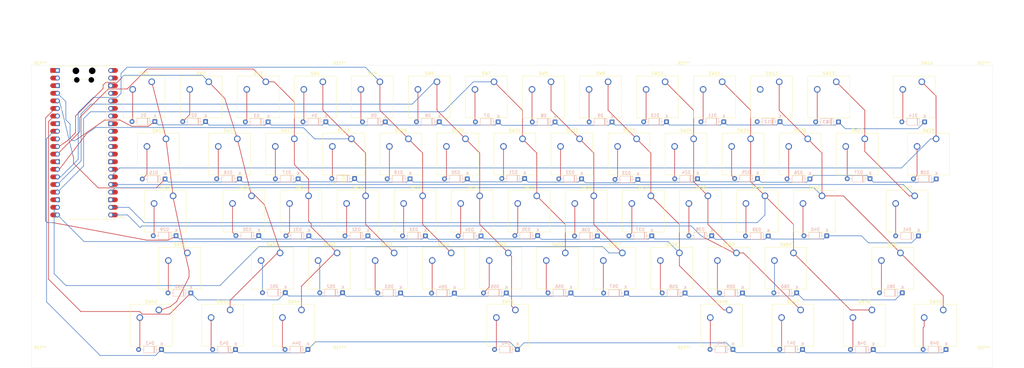
<source format=kicad_pcb>
(kicad_pcb (version 20241229) (generator "pcbnew") (generator_version "9.0")
  (layers (0 "F.Cu" signal) (2 "B.Cu" signal) (13 "F.Paste" user) (15 "B.Paste" user) (5 "F.SilkS" user "F.Silkscreen") (7 "B.SilkS" user "B.Silkscreen") (1 "F.Mask" user) (3 "B.Mask" user) (25 "Edge.Cuts" user))
  (net 0 "")
  (net 1 "Net-(A1-GND-Pad13)")
  (net 2 "Net-(D1-A)")
  (net 3 "Net-(D2-A)")
  (net 4 "Net-(D3-A)")
  (net 5 "Net-(D4-A)")
  (net 6 "C0")
  (net 7 "Net-(D5-A)")
  (net 8 "Net-(D6-A)")
  (net 10 "Net-(D7-A)")
  (net 11 "Net-(D8-A)")
  (net 12 "Net-(D9-A)")
  (net 13 "R2")
  (net 15 "R1")
  (net 16 "C3")
  (net 17 "C10")
  (net 18 "C6")
  (net 19 "C11")
  (net 24 "R3")
  (net 27 "C5")
  (net 28 "C1")
  (net 29 "C4")
  (net 32 "C7")
  (net 33 "C8")
  (net 34 "R4")
  (net 35 "R0")
  (net 36 "C2")
  (net 40 "C13")
  (net 42 "C9")
  (net 43 "C12")
  (net 44 "Net-(D10-A)")
  (net 45 "Net-(D11-A)")
  (net 46 "Net-(D12-A)")
  (net 47 "Net-(D13-A)")
  (net 48 "Net-(D14-A)")
  (net 49 "Net-(D15-A)")
  (net 50 "Net-(D16-A)")
  (net 51 "Net-(D17-A)")
  (net 52 "Net-(D18-A)")
  (net 53 "Net-(D19-A)")
  (net 54 "Net-(D20-A)")
  (net 55 "Net-(D21-A)")
  (net 56 "Net-(D22-A)")
  (net 57 "Net-(D23-A)")
  (net 58 "Net-(D24-A)")
  (net 59 "Net-(D25-A)")
  (net 60 "Net-(D26-A)")
  (net 61 "Net-(D27-A)")
  (net 62 "Net-(D28-A)")
  (net 63 "Net-(D29-A)")
  (net 64 "Net-(D30-A)")
  (net 65 "Net-(D31-A)")
  (net 66 "Net-(D32-A)")
  (net 67 "Net-(D33-A)")
  (net 68 "Net-(D34-A)")
  (net 69 "Net-(D35-A)")
  (net 70 "Net-(D36-A)")
  (net 71 "Net-(D37-A)")
  (net 72 "Net-(D38-A)")
  (net 73 "Net-(D39-A)")
  (net 74 "Net-(D40-A)")
  (net 75 "Net-(D41-A)")
  (net 76 "Net-(D42-A)")
  (net 77 "Net-(D43-A)")
  (net 78 "Net-(D44-A)")
  (net 79 "Net-(D45-A)")
  (net 80 "Net-(D46-A)")
  (net 81 "Net-(D47-A)")
  (net 82 "Net-(D48-A)")
  (net 83 "Net-(D49-A)")
  (net 84 "Net-(D50-A)")
  (net 85 "Net-(D51-A)")
  (net 86 "Net-(D52-A)")
  (net 87 "Net-(D53-A)")
  (net 88 "Net-(D54-A)")
  (net 89 "Net-(D55-A)")
  (net 90 "Net-(D56-A)")
  (net 91 "Net-(D57-A)")
  (net 92 "Net-(D58-A)")
  (net 93 "Net-(D59-A)")
  (net 94 "Net-(D60-A)")
  (net 95 "Net-(D61-A)")
  (footprint "Button_Switch_Keyboard:SW_Cherry_MX_1.25u_PCB" (layer "F.Cu") (at 332.6901 148.6801)
    (property "Reference" "SW48")
    (property "Value" "SW_Push")
  )
  (footprint "Button_Switch_Keyboard:SW_Cherry_MX_1.00u_PCB" (layer "F.Cu") (at 154.09635 129.6301)
    (property "Reference" "SW52")
    (property "Value" "SW_Push")
  )
  (footprint "MountingHole:MountingHole_3.2mm_M3_ISO14580" (layer "F.Cu") (at 370 165)
    (property "Reference" "REF**")
    (property "Value" "MountingHole_3.2mm_M3_ISO14580")
  )
  (footprint "Button_Switch_Keyboard:SW_Cherry_MX_2.75u_PCB" (layer "F.Cu") (at 342.2151 129.6301)
    (property "Reference" "SW61")
    (property "Value" "SW_Push")
  )
  (footprint "Button_Switch_Keyboard:SW_Cherry_MX_1.00u_PCB" (layer "F.Cu") (at 187.43385 72.4801)
    (property "Reference" "SW6")
    (property "Value" "SW_Push")
  )
  (footprint "Stab:STAB_MX_2.25u" (layer "F.Cu") (at 344.4376 115.6601)
    (property "Reference" "S3" (hide yes))
    (property "Value" "MX_stab")
  )
  (footprint "Button_Switch_Keyboard:SW_Cherry_MX_2.25u_PCB" (layer "F.Cu") (at 104.0901 129.6301)
    (property "Reference" "SW50")
    (property "Value" "SW_Push")
  )
  (footprint "Button_Switch_Keyboard:SW_Cherry_MX_2.00u_PCB" (layer "F.Cu") (at 349.35885 72.4801)
    (property "Reference" "SW14")
    (property "Value" "SW_Push")
  )
  (footprint "Button_Switch_Keyboard:SW_Cherry_MX_1.00u_PCB" (layer "F.Cu") (at 292.20885 91.5301)
    (property "Reference" "SW25")
    (property "Value" "SW_Push")
  )
  (footprint "MountingHole:MountingHole_3.2mm_M3_ISO14580" (layer "F.Cu") (at 55 165)
    (property "Reference" "REF**")
    (property "Value" "MountingHole_3.2mm_M3_ISO14580")
  )
  (footprint "Button_Switch_Keyboard:SW_Cherry_MX_1.00u_PCB" (layer "F.Cu") (at 173.14635 129.6301)
    (property "Reference" "SW53")
    (property "Value" "SW_Push")
  )
  (footprint "Stab:STAB_MX_6.25u" (layer "F.Cu") (at 211.0876 153.7601)
    (property "Reference" "S5" (hide yes))
    (property "Value" "MX_stab")
  )
  (footprint "Button_Switch_Keyboard:SW_Cherry_MX_1.00u_PCB" (layer "F.Cu") (at 168.38385 72.4801)
    (property "Reference" "SW5")
    (property "Value" "SW_Push")
  )
  (footprint "Button_Switch_Keyboard:SW_Cherry_MX_1.00u_PCB" (layer "F.Cu") (at 225.53385 72.4801)
    (property "Reference" "SW8")
    (property "Value" "SW_Push")
  )
  (footprint "Button_Switch_Keyboard:SW_Cherry_MX_1.00u_PCB" (layer "F.Cu") (at 239.82135 110.5801)
    (property "Reference" "SW36")
    (property "Value" "SW_Push")
  )
  (footprint "Button_Switch_Keyboard:SW_Cherry_MX_1.00u_PCB" (layer "F.Cu") (at 125.52135 110.5801)
    (property "Reference" "SW30")
    (property "Value" "SW_Push")
  )
  (footprint "Button_Switch_Keyboard:SW_Cherry_MX_1.00u_PCB" (layer "F.Cu") (at 177.90885 91.5301)
    (property "Reference" "SW19")
    (property "Value" "SW_Push")
  )
  (footprint "Button_Switch_Keyboard:SW_Cherry_MX_1.25u_PCB" (layer "F.Cu") (at 356.5026 148.6801)
    (property "Reference" "SW49")
    (property "Value" "SW_Push")
  )
  (footprint "Button_Switch_Keyboard:SW_Cherry_MX_1.00u_PCB" (layer "F.Cu") (at 182.67135 110.5801)
    (property "Reference" "SW33")
    (property "Value" "SW_Push")
  )
  (footprint "Button_Switch_Keyboard:SW_Cherry_MX_1.00u_PCB" (layer "F.Cu") (at 306.49635 129.6301)
    (property "Reference" "SW60")
    (property "Value" "SW_Push")
  )
  (footprint "Stab:STAB_MX_2.75u" (layer "F.Cu") (at 339.6751 134.7101)
    (property "Reference" "S4" (hide yes))
    (property "Value" "MX_stab")
  )
  (footprint "Button_Switch_Keyboard:SW_Cherry_MX_1.00u_PCB" (layer "F.Cu") (at 301.73385 72.4801)
    (property "Reference" "SW12")
    (property "Value" "SW_Push")
  )
  (footprint "Button_Switch_Keyboard:SW_Cherry_MX_1.00u_PCB" (layer "F.Cu") (at 163.62135 110.5801)
    (property "Reference" "SW32")
    (property "Value" "SW_Push")
  )
  (footprint "Button_Switch_Keyboard:SW_Cherry_MX_1.00u_PCB" (layer "F.Cu") (at 282.68385 72.4801)
    (property "Reference" "SW11")
    (property "Value" "SW_Push")
  )
  (footprint "MountingHole:MountingHole_3.2mm_M3_ISO14580" (layer "F.Cu") (at 270 70)
    (property "Reference" "REF**")
    (property "Value" "MountingHole_3.2mm_M3_ISO14580")
  )
  (footprint "MountingHole:MountingHole_3.2mm_M3_ISO14580" (layer "F.Cu") (at 155 70)
    (property "Reference" "REF**")
    (property "Value" "MountingHole_3.2mm_M3_ISO14580")
  )
  (footprint "Button_Switch_Keyboard:SW_Cherry_MX_1.00u_PCB" (layer "F.Cu") (at 192.19635 129.6301)
    (property "Reference" "SW54")
    (property "Value" "SW_Push")
  )
  (footprint "MountingHole:MountingHole_3.2mm_M3_ISO14580" (layer "F.Cu") (at 155 165)
    (property "Reference" "REF**")
    (property "Value" "MountingHole_3.2mm_M3_ISO14580")
  )
  (footprint "Button_Switch_Keyboard:SW_Cherry_MX_1.00u_PCB" (layer "F.Cu") (at 111.23385 72.4801)
    (property "Reference" "SW2")
    (property "Value" "SW_Push")
  )
  (footprint "Button_Switch_Keyboard:SW_Cherry_MX_1.25u_PCB" (layer "F.Cu") (at 118.3776 148.6801)
    (property "Reference" "SW43")
    (property "Value" "SW_Push")
  )
  (footprint "Button_Switch_Keyboard:SW_Cherry_MX_1.00u_PCB" (layer "F.Cu") (at 316.02135 110.5801)
    (property "Reference" "SW40")
    (property "Value" "SW_Push")
  )
  (footprint "Button_Switch_Keyboard:SW_Cherry_MX_1.50u_Plate" (layer "F.Cu") (at 354.12135 91.5301)
    (property "Reference" "SW28")
    (property "Value" "SW_Push")
  )
  (footprint "Button_Switch_Keyboard:SW_Cherry_MX_1.00u_PCB" (layer "F.Cu") (at 149.33385 72.4801)
    (property "Reference" "SW4")
    (property "Value" "SW_Push")
  )
  (footprint "Button_Switch_Keyboard:SW_Cherry_MX_1.00u_PCB" (layer "F.Cu") (at 230.29635 129.6301)
    (property "Reference" "SW56")
    (property "Value" "SW_Push")
  )
  (footprint "Button_Switch_Keyboard:SW_Cherry_MX_1.00u_PCB" (layer "F.Cu") (at 330.30885 91.5301)
    (property "Reference" "SW27")
    (property "Value" "SW_Push")
  )
  (footprint "MountingHole:MountingHole_3.2mm_M3_ISO14580" (layer "F.Cu") (at 55 70)
    (property "Reference" "REF**")
    (property "Value" "MountingHole_3.2mm_M3_ISO14580")
  )
  (footprint "Button_Switch_Keyboard:SW_Cherry_MX_1.00u_PCB" (layer "F.Cu") (at 311.25885 91.5301)
    (property "Reference" "SW26")
    (property "Value" "SW_Push")
  )
  (footprint "Stab:STAB_MX_2u" (layer "F.Cu") (at 346.81885 77.5601)
    (property "Reference" "S1" (hide yes))
    (property "Value" "MX_stab")
  )
  (footprint "Stab:STAB_MX_2.25u" (layer "F.Cu") (at 101.5501 134.7101)
    (property "Reference" "S2" (hide yes))
    (property "Value" "MX_stab")
  )
  (footprint "Button_Switch_Keyboard:SW_Cherry_MX_1.00u_PCB" (layer "F.Cu") (at 220.77135 110.5801)
    (property "Reference" "SW35")
    (property "Value" "SW_Push")
  )
  (footprint "Button_Switch_Keyboard:SW_Cherry_MX_1.00u_PCB" (layer "F.Cu") (at 244.58385 72.4801)
    (property "Reference" "SW9")
    (property "Value" "SW_Push")
  )
  (footprint "Button_Switch_Keyboard:SW_Cherry_MX_1.00u_PCB" (layer "F.Cu") (at 92.18385 72.4801)
    (property "Reference" "SW1")
    (property "Value" "SW_Push")
  )
  (footprint "Button_Switch_Keyboard:SW_Cherry_MX_2.25u_PCB" (layer "F.Cu") (at 346.9776 110.5801)
    (property "Reference" "SW41")
    (property "Value" "SW_Push")
  )
  (footprint "Button_Switch_Keyboard:SW_Cherry_MX_1.00u_PCB" (layer "F.Cu") (at 196.95885 91.5301)
    (property "Reference" "SW20")
    (property "Value" "SW_Push")
  )
  (footprint "MountingHole:MountingHole_3.2mm_M3_ISO14580" (layer "F.Cu") (at 270 165)
    (property "Reference" "REF**")
    (property "Value" "MountingHole_3.2mm_M3_ISO14580")
  )
  (footprint "Button_Switch_Keyboard:SW_Cherry_MX_1.25u_PCB" (layer "F.Cu") (at 94.5651 148.6801)
    (property "Reference" "SW42")
    (property "Value" "SW_Push")
  )
  (footprint "Button_Switch_Keyboard:SW_Cherry_MX_1.00u_PCB" (layer "F.Cu") (at 296.97135 110.5801)
    (property "Reference" "SW39")
    (property "Value" "SW_Push")
  )
  (footprint "Button_Switch_Keyboard:SW_Cherry_MX_1.00u_PCB" (layer "F.Cu") (at 268.39635 129.6301)
    (property "Reference" "SW58")
    (property "Value" "SW_Push")
  )
  (footprint "Button_Switch_Keyboard:SW_Cherry_MX_1.00u_PCB" (layer "F.Cu") (at 258.87135 110.5801)
    (property "Reference" "SW37")
    (property "Value" "SW_Push")
  )
  (footprint "Button_Switch_Keyboard:SW_Cherry_MX_1.00u_PCB" (layer "F.Cu") (at 216.00885 91.5301)
    (property "Reference" "SW21")
    (property "Value" "SW_Push")
  )
  (footprint "Button_Switch_Keyboard:SW_Cherry_MX_1.25u_PCB" (layer "F.Cu") (at 285.0651 148.6801)
    (property "Reference" "SW46")
    (property "Value" "SW_Push")
  )
  (footprint "Button_Switch_Keyboard:SW_Cherry_MX_1.00u_PCB" (layer "F.Cu") (at 135.04635 129.6301)
    (property "Reference" "SW51")
    (property "Value" "SW_Push")
  )
  (footprint "Button_Switch_Keyboard:SW_Cherry_MX_1.00u_PCB" (layer "F.Cu") (at 130.28385 72.4801)
    (property "Reference" "SW3")
    (property "Value" "SW_Push")
  )
  (footprint "Button_Switch_Keyboard:SW_Cherry_MX_1.00u_PCB" (layer "F.Cu") (at 201.72135 110.5801)
    (property "Reference" "SW34")
    (property "Value" "SW_Push")
  )
  (footprint "Button_Switch_Keyboard:SW_Cherry_MX_1.00u_PCB" (layer "F.Cu") (at 254.10885 91.5301)
    (property "Reference" "SW23")
    (property "Value" "SW_Push")
  )
  (footprint "MountingHole:MountingHole_3.2mm_M3_ISO14580" (layer "F.Cu") (at 370 70)
    (property "Reference" "REF**")
    (property "Value" "MountingHole_3.2mm_M3_ISO14580")
  )
  (footprint "Button_Switch_Keyboard:SW_Cherry_MX_6.25u_PCB" (layer "F.Cu") (at 213.6276 148.6801)
    (property "Reference" "SW45")
    (property "Value" "SW_Push")
  )
  (footprint "Button_Switch_Keyboard:SW_Cherry_MX_1.75u_PCB" (layer "F.Cu") (at 99.3276 110.5801)
    (property "Reference" "SW29")
    (property "Value" "SW_Push")
  )
  (footprint "Button_Switch_Keyboard:SW_Cherry_MX_1.25u_Plate" (layer "F.Cu") (at 308.8776 148.6801)
    (property "Reference" "SW47")
    (property "Value" "SW_Push")
  )
  (footprint "Button_Switch_Keyboard:SW_Cherry_MX_1.00u_PCB" (layer "F.Cu") (at 235.05885 91.5301)
    (property "Reference" "SW22")
    (property "Value" "SW_Push")
  )
  (footprint "Button_Switch_Keyboard:SW_Cherry_MX_1.00u_PCB" (layer "F.Cu") (at 158.85885 91.5301)
    (property "Reference" "SW18")
    (property "Value" "SW_Push")
  )
  (footprint "Button_Switch_Keyboard:SW_Cherry_MX_1.00u_PCB" (layer "F.Cu") (at 287.44635 129.6301)
    (property "Reference" "SW59")
    (property "Value" "SW_Push")
  )
  (footprint "Button_Switch_Keyboard:SW_Cherry_MX_1.00u_PCB" (layer "F.Cu") (at 144.57135 110.5801)
    (property "Reference" "SW31")
    (property "Value" "SW_Push")
  )
  (footprint "Module:RaspberryPi_Pico_Common_Unspecified" (layer "F.Cu") (at 69.59 92.8175)
    (property "Reference" "A1")
    (property "Value" "RaspberryPi_Pico")
  )
  (footprint "Button_Switch_Keyboard:SW_Cherry_MX_1.00u_PCB" (layer "F.Cu") (at 249.34635 129.6301)
    (property "Reference" "SW57")
    (property "Value" "SW_Push")
  )
  (footprint "Button_Switch_Keyboard:SW_Cherry_MX_1.00u_PCB" (layer "F.Cu") (at 320.78385 72.4801)
    (property "Reference" "SW13")
    (property "Value" "SW_Push")
  )
  (footprint "Button_Switch_Keyboard:SW_Cherry_MX_1.00u_PCB" (layer "F.Cu") (at 139.80885 91.5301)
    (property "Reference" "SW17")
    (property "Value" "SW_Push")
  )
  (footprint "Button_Switch_Keyboard:SW_Cherry_MX_1.00u_PCB" (layer "F.Cu") (at 206.48385 72.4801)
    (property "Reference" "SW7")
    (property "Value" "SW_Push")
  )
  (footprint "Button_Switch_Keyboard:SW_Cherry_MX_1.00u_PCB" (layer "F.Cu") (at 273.15885 91.5301)
    (property "Reference" "SW24")
    (property "Value" "SW_Push")
  )
  (footprint "Button_Switch_Keyboard:SW_Cherry_MX_1.00u_PCB" (layer "F.Cu") (at 120.75885 91.5301)
    (property "Reference" "SW16")
    (property "Value" "SW_Push")
  )
  (footprint "Button_Switch_Keyboard:SW_Cherry_MX_1.25u_PCB" (layer "F.Cu") (at 142.1901 148.6801)
    (property "Reference" "SW44")
    (property "Value" "SW_Push")
  )
  (footprint "Button_Switch_Keyboard:SW_Cherry_MX_1.00u_PCB" (layer "F.Cu") (at 263.63385 72.4801)
    (property "Reference" "SW10")
    (property "Value" "SW_Push")
  )
  (footprint "Button_Switch_Keyboard:SW_Cherry_MX_1.00u_PCB" (layer "F.Cu") (at 277.92135 110.5801)
    (property "Reference" "SW38")
    (property "Value" "SW_Push")
  )
  (footprint "Button_Switch_Keyboard:SW_Cherry_MX_1.50u_PCB" (layer "F.Cu") (at 96.94635 91.5301)
    (property "Reference" "SW15")
    (property "Value" "SW_Push")
  )
  (footprint "Button_Switch_Keyboard:SW_Cherry_MX_1.00u_PCB" (layer "F.Cu") (at 211.24635 129.6301)
    (property "Reference" "SW55")
    (property "Value" "SW_Push")
  )
  (footprint "Diode_THT:D_DO-35_SOD27_P7.62mm_Horizontal" (layer "B.Cu") (at 93.2176 85.7676 180)
    (property "Reference" "D1")
    (property "Value" "1N4148")
  )
  (footprint "Diode_THT:D_DO-35_SOD27_P7.62mm_Horizontal" (layer "B.Cu") (at 254.5176 105.0876 180)
    (property "Reference" "D23")
    (property "Value" "1N4148")
  )
  (footprint "Diode_THT:D_DO-35_SOD27_P7.62mm_Horizontal" (layer "B.Cu") (at 332.0676 104.8476 180)
    (property "Reference" "D27")
    (property "Value" "1N4148")
  )
  (footprint "Diode_THT:D_DO-35_SOD27_P7.62mm_Horizontal" (layer "B.Cu") (at 170.1776 85.8576 180)
    (property "Reference" "D5")
    (property "Value" "1N4148")
  )
  (footprint "Diode_THT:D_DO-35_SOD27_P7.62mm_Horizontal" (layer "B.Cu") (at 144.6376 123.9176 180)
    (property "Reference" "D31")
    (property "Value" "1N4148")
  )
  (footprint "Diode_THT:D_DO-35_SOD27_P7.62mm_Horizontal" (layer "B.Cu") (at 95.4276 161.8876 180)
    (property "Reference" "D42")
    (property "Value" "1N4148")
  )
  (footprint "Diode_THT:D_DO-35_SOD27_P7.62mm_Horizontal" (layer "B.Cu") (at 175.3076 142.9976 180)
    (property "Reference" "D53")
    (property "Value" "1N4148")
  )
  (footprint "Diode_THT:D_DO-35_SOD27_P7.62mm_Horizontal" (layer "B.Cu") (at 283.2076 85.8376 180)
    (property "Reference" "D11")
    (property "Value" "1N4148")
  )
  (footprint "Diode_THT:D_DO-35_SOD27_P7.62mm_Horizontal" (layer "B.Cu") (at 250.7276 143.0376 180)
    (property "Reference" "D57")
    (property "Value" "1N4148")
  )
  (footprint "Diode_THT:D_DO-35_SOD27_P7.62mm_Horizontal" (layer "B.Cu") (at 127.9176 123.8676 180)
    (property "Reference" "D30")
    (property "Value" "1N4148")
  )
  (footprint "Diode_THT:D_DO-35_SOD27_P7.62mm_Horizontal" (layer "B.Cu") (at 105.2476 142.9876 180)
    (property "Reference" "D50")
    (property "Value" "1N4148")
  )
  (footprint "Diode_THT:D_DO-35_SOD27_P7.62mm_Horizontal" (layer "B.Cu") (at 155.9176 142.9276 180)
    (property "Reference" "D52")
    (property "Value" "1N4148")
  )
  (footprint "Diode_THT:D_DO-35_SOD27_P7.62mm_Horizontal" (layer "B.Cu") (at 270.2676 142.9876 180)
    (property "Reference" "D58")
    (property "Value" "1N4148")
  )
  (footprint "Diode_THT:D_DO-35_SOD27_P7.62mm_Horizontal" (layer "B.Cu") (at 235.7376 104.8876 180)
    (property "Reference" "D22")
    (property "Value" "1N4148")
  )
  (footprint "Diode_THT:D_DO-35_SOD27_P7.62mm_Horizontal" (layer "B.Cu") (at 96.6476 104.9476 180)
    (property "Reference" "D15")
    (property "Value" "1N4148")
  )
  (footprint "Diode_THT:D_DO-35_SOD27_P7.62mm_Horizontal" (layer "B.Cu") (at 321.5276 85.8676 180)
    (property "Reference" "D13")
    (property "Value" "1N4148")
  )
  (footprint "Diode_THT:D_DO-35_SOD27_P7.62mm_Horizontal" (layer "B.Cu") (at 183.5676 123.9276 180)
    (property "Reference" "D33")
    (property "Value" "1N4148")
  )
  (footprint "Diode_THT:D_DO-35_SOD27_P7.62mm_Horizontal" (layer "B.Cu") (at 226.8876 85.8976 180)
    (property "Reference" "D8")
    (property "Value" "1N4148")
  )
  (footprint "Diode_THT:D_DO-35_SOD27_P7.62mm_Horizontal" (layer "B.Cu") (at 264.0876 85.8376 180)
    (property "Reference" "D10")
    (property "Value" "1N4148")
  )
  (footprint "Diode_THT:D_DO-35_SOD27_P7.62mm_Horizontal" (layer "B.Cu") (at 289.4376 142.9976 180)
    (property "Reference" "D59")
    (property "Value" "1N4148")
  )
  (footprint "Diode_THT:D_DO-35_SOD27_P7.62mm_Horizontal" (layer "B.Cu") (at 210.5976 142.9776 180)
    (property "Reference" "D55")
    (property "Value" "1N4148")
  )
  (footprint "Diode_THT:D_DO-35_SOD27_P7.62mm_Horizontal" (layer "B.Cu") (at 274.4576 104.8676 180)
    (property "Reference" "D24")
    (property "Value" "1N4148")
  )
  (footprint "Diode_THT:D_DO-35_SOD27_P7.62mm_Horizontal" (layer "B.Cu") (at 302.0076 85.8076 180)
    (property "Reference" "D12")
    (property "Value" "1N4148")
  )
  (footprint "Diode_THT:D_DO-35_SOD27_P7.62mm_Horizontal" (layer "B.Cu") (at 333.1376 161.8876 180)
    (property "Reference" "D48")
    (property "Value" "1N4148")
  )
  (footprint "Diode_THT:D_DO-35_SOD27_P7.62mm_Horizontal" (layer "B.Cu") (at 121.4976 104.8776 180)
    (property "Reference" "D16")
    (property "Value" "1N4148")
  )
  (footprint "Diode_THT:D_DO-35_SOD27_P7.62mm_Horizontal" (layer "B.Cu") (at 317.6076 123.8976 180)
    (property "Reference" "D40")
    (property "Value" "1N4148")
  )
  (footprint "Diode_THT:D_DO-35_SOD27_P7.62mm_Horizontal" (layer "B.Cu") (at 348.2476 123.9276 180)
    (property "Reference" "D41")
    (property "Value" "1N4148")
  )
  (footprint "Diode_THT:D_DO-35_SOD27_P7.62mm_Horizontal" (layer "B.Cu") (at 240.9976 123.9676 180)
    (property "Reference" "D36")
    (property "Value" "1N4148")
  )
  (footprint "Diode_THT:D_DO-35_SOD27_P7.62mm_Horizontal" (layer "B.Cu") (at 232.1476 142.9676 180)
    (property "Reference" "D56")
    (property "Value" "1N4148")
  )
  (footprint "Diode_THT:D_DO-35_SOD27_P7.62mm_Horizontal" (layer "B.Cu") (at 259.1576 123.9176 180)
    (property "Reference" "D37")
    (property "Value" "1N4148")
  )
  (footprint "Diode_THT:D_DO-35_SOD27_P7.62mm_Horizontal" (layer "B.Cu") (at 354.1676 104.9076 180)
    (property "Reference" "D28")
    (property "Value" "1N4148")
  )
  (footprint "Diode_THT:D_DO-35_SOD27_P7.62mm_Horizontal" (layer "B.Cu") (at 202.1376 123.9576 180)
    (property "Reference" "D34")
    (property "Value" "1N4148")
  )
  (footprint "Diode_THT:D_DO-35_SOD27_P7.62mm_Horizontal" (layer "B.Cu") (at 159.9476 104.7976 180)
    (property "Reference" "D18")
    (property "Value" "1N4148")
  )
  (footprint "Diode_THT:D_DO-35_SOD27_P7.62mm_Horizontal" (layer "B.Cu") (at 136.7876 142.9176 180)
    (property "Reference" "D51")
    (property "Value" "1N4148")
  )
  (footprint "Diode_THT:D_DO-35_SOD27_P7.62mm_Horizontal" (layer "B.Cu") (at 298.0676 123.9876 180)
    (property "Reference" "D39")
    (property "Value" "1N4148")
  )
  (footprint "Diode_THT:D_DO-35_SOD27_P7.62mm_Horizontal" (layer "B.Cu") (at 150.3176 85.8476 180)
    (property "Reference" "D4")
    (property "Value" "1N4148")
  )
  (footprint "Diode_THT:D_DO-35_SOD27_P7.62mm_Horizontal" (layer "B.Cu") (at 342.8276 142.9476 180)
    (property "Reference" "D61")
    (property "Value" "1N4148")
  )
  (footprint "Diode_THT:D_DO-35_SOD27_P7.62mm_Horizontal" (layer "B.Cu") (at 309.5276 161.8476 180)
    (property "Reference" "D47")
    (property "Value" "1N4148")
  )
  (footprint "Diode_THT:D_DO-35_SOD27_P7.62mm_Horizontal" (layer "B.Cu") (at 311.9676 104.9176 180)
    (property "Reference" "D26")
    (property "Value" "1N4148")
  )
  (footprint "Diode_THT:D_DO-35_SOD27_P7.62mm_Horizontal" (layer "B.Cu") (at 279.1876 123.8876 180)
    (property "Reference" "D38")
    (property "Value" "1N4148")
  )
  (footprint "Diode_THT:D_DO-35_SOD27_P7.62mm_Horizontal" (layer "B.Cu") (at 131.0576 85.8676 180)
    (property "Reference" "D3")
    (property "Value" "1N4148")
  )
  (footprint "Diode_THT:D_DO-35_SOD27_P7.62mm_Horizontal" (layer "B.Cu") (at 144.3276 161.8776 180)
    (property "Reference" "D44")
    (property "Value" "1N4148")
  )
  (footprint "Diode_THT:D_DO-35_SOD27_P7.62mm_Horizontal" (layer "B.Cu") (at 214.2876 161.8776 180)
    (property "Reference" "D45")
    (property "Value" "1N4148")
  )
  (footprint "Diode_THT:D_DO-35_SOD27_P7.62mm_Horizontal" (layer "B.Cu") (at 294.4776 104.7876 180)
    (property "Reference" "D25")
    (property "Value" "1N4148")
  )
  (footprint "Diode_THT:D_DO-35_SOD27_P7.62mm_Horizontal" (layer "B.Cu") (at 193.2476 143.0676 180)
    (property "Reference" "D54")
    (property "Value" "1N4148")
  )
  (footprint "Diode_THT:D_DO-35_SOD27_P7.62mm_Horizontal" (layer "B.Cu") (at 178.4476 104.8876 180)
    (property "Reference" "D19")
    (property "Value" "1N4148")
  )
  (footprint "Diode_THT:D_DO-35_SOD27_P7.62mm_Horizontal" (layer "B.Cu") (at 207.8876 85.8576 180)
    (property "Reference" "D7")
    (property "Value" "1N4148")
  )
  (footprint "Diode_THT:D_DO-35_SOD27_P7.62mm_Horizontal" (layer "B.Cu") (at 120.1576 161.8876 180)
    (property "Reference" "D43")
    (property "Value" "1N4148")
  )
  (footprint "Diode_THT:D_DO-35_SOD27_P7.62mm_Horizontal" (layer "B.Cu") (at 216.7176 104.7976 180)
    (property "Reference" "D21")
    (property "Value" "1N4148")
  )
  (footprint "Diode_THT:D_DO-35_SOD27_P7.62mm_Horizontal" (layer "B.Cu") (at 110.1676 85.7676 180)
    (property "Reference" "D2")
    (property "Value" "1N4148")
  )
  (footprint "Diode_THT:D_DO-35_SOD27_P7.62mm_Horizontal" (layer "B.Cu") (at 188.1976 85.8376 180)
    (property "Reference" "D6")
    (property "Value" "1N4148")
  )
  (footprint "Diode_THT:D_DO-35_SOD27_P7.62mm_Horizontal" (layer "B.Cu") (at 100.3176 123.8976 180)
    (property "Reference" "D29")
    (property "Value" "1N4148")
  )
  (footprint "Diode_THT:D_DO-35_SOD27_P7.62mm_Horizontal" (layer "B.Cu") (at 164.3576 123.9176 180)
    (property "Reference" "D32")
    (property "Value" "1N4148")
  )
  (footprint "Diode_THT:D_DO-35_SOD27_P7.62mm_Horizontal" (layer "B.Cu") (at 245.8876 85.8876 180)
    (property "Reference" "D9")
    (property "Value" "1N4148")
  )
  (footprint "Diode_THT:D_DO-35_SOD27_P7.62mm_Horizontal" (layer "B.Cu") (at 197.5676 104.8876 180)
    (property "Reference" "D20")
    (property "Value" "1N4148")
  )
  (footprint "Diode_THT:D_DO-35_SOD27_P7.62mm_Horizontal" (layer "B.Cu") (at 221.0676 123.8576 180)
    (property "Reference" "D35")
    (property "Value" "1N4148")
  )
  (footprint "Diode_THT:D_DO-35_SOD27_P7.62mm_Horizontal" (layer "B.Cu") (at 350.2976 85.8576 180)
    (property "Reference" "D14")
    (property "Value" "1N4148")
  )
  (footprint "Diode_THT:D_DO-35_SOD27_P7.62mm_Horizontal" (layer "B.Cu") (at 357.4276 161.8776 180)
    (property "Reference" "D49")
    (property "Value" "1N4148")
  )
  (footprint "Diode_THT:D_DO-35_SOD27_P7.62mm_Horizontal" (layer "B.Cu") (at 307.5576 142.9476 180)
    (property "Reference" "D60")
    (property "Value" "1N4148")
  )
  (footprint "Diode_THT:D_DO-35_SOD27_P7.62mm_Horizontal" (layer "B.Cu") (at 141.0876 104.8876 180)
    (property "Reference" "D17")
    (property "Value" "1N4148")
  )
  (footprint "Diode_THT:D_DO-35_SOD27_P7.62mm_Horizontal" (layer "B.Cu") (at 286.2576 161.8376 180)
    (property "Reference" "D46")
    (property "Value" "1N4148")
  )
  (gr_line (start 126.15 68.21) (end 130.28385 72.4801) (stroke (width 0.2)) (layer "F.Cu") (net 36))
  (gr_line (start 129.82135 113.5201) (end 126.46135 110.1601) (stroke (width 0.2)) (layer "F.Cu") (net 28))
  (gr_line (start 126.46135 110.3801) (end 126.46135 110.1601) (stroke (width 0.2)) (layer "F.Cu") (net 28))
  (gr_line (start 82.29 70.96) (end 81.63 71.71) (stroke (width 0.2)) (layer "F.Cu") (net 28))
  (gr_line (start 135.04635 128.7701) (end 129.82135 113.5201) (stroke (width 0.2)) (layer "F.Cu") (net 28))
  (gr_line (start 104.65135 135.5676) (end 104.65135 137.7201) (stroke (width 0.2)) (layer "F.Cu") (net 6))
  (gr_line (start 111.23385 72.4801) (end 116.61135 78.1201) (stroke (width 0.2)) (layer "F.Cu") (net 28))
  (gr_line (start 126.46135 110.1601) (end 126.46135 110.3801) (stroke (width 0.2)) (layer "F.Cu") (net 28))
  (gr_line (start 100.48135 145.9101) (end 98.38135 147.5501) (stroke (width 0.2)) (layer "F.Cu") (net 6))
  (gr_line (start 103.27135 129.6301) (end 104.65135 135.5676) (stroke (width 0.2)) (layer "F.Cu") (net 6))
  (gr_line (start 70.4 89.83) (end 61.09 102.01) (stroke (width 0.2)) (layer "F.Cu") (net 16))
  (gr_line (start 85.52 87.35) (end 91.07 87.35) (stroke (width 0.2)) (layer "F.Cu") (net 35))
  (gr_line (start 64.15 92.07) (end 61.29 94.05) (stroke (width 0.2)) (layer "F.Cu") (net 28))
  (gr_line (start 81.55 85.25) (end 85.52 87.35) (stroke (width 0.2)) (layer "F.Cu") (net 35))
  (gr_line (start 104.65135 137.7201) (end 100.48135 145.9101) (stroke (width 0.2)) (layer "F.Cu") (net 6))
  (gr_line (start 91.07 87.35) (end 92.71 86.04) (stroke (width 0.2)) (layer "F.Cu") (net 35))
  (gr_line (start 90.56 125.37) (end 97.61 125.37) (stroke (width 0.2)) (layer "F.Cu") (net 13))
  (gr_line (start 76.52 85.25) (end 81.55 85.25) (stroke (width 0.2)) (layer "F.Cu") (net 35))
  (gr_line (start 66.08 97.77) (end 65.8 96.79) (stroke (width 0.2)) (layer "F.Cu") (net 15))
  (gr_line (start 97.61 125.37) (end 99.75 124.37) (stroke (width 0.2)) (layer "F.Cu") (net 13))
  (gr_line (start 276.8 124.57) (end 286.58 129.59) (stroke (width 0.2)) (layer "F.Cu") (net 42))
  (gr_line (start 98.38135 147.5501) (end 95.57135 148.6001) (stroke (width 0.2)) (layer "F.Cu") (net 6))
  (gr_line (start 116.61135 78.1201) (end 120.75885 91.5301) (stroke (width 0.2)) (layer "F.Cu") (net 28))
  (gr_line (start 59.1 119.51) (end 90.56 125.37) (stroke (width 0.2)) (layer "F.Cu") (net 13))
  (gr_line (start 92.18385 72.4801) (end 96.83135 90.7401) (stroke (width 0.2)) (layer "F.Cu") (net 6))
  (gr_line (start 67.15 91.71) (end 76.52 85.25) (stroke (width 0.2)) (layer "F.Cu") (net 35))
  (gr_line (start 56.74 118.94) (end 57.37 119.51) (stroke (width 0.2)) (layer "F.Cu") (net 13))
  (gr_line (start 125.52135 110.5801) (end 120.75885 91.5301) (stroke (width 0.2)) (layer "F.Cu") (net 28))
  (gr_line (start 96.83135 90.7401) (end 99.21135 109.5701) (stroke (width 0.2)) (layer "F.Cu") (net 6))
  (gr_line (start 99.41135 111.5801) (end 103.27135 129.6301) (stroke (width 0.2)) (layer "F.Cu") (net 6))
  (gr_line (start 73.49 87.72) (end 70.4 89.83) (stroke (width 0.2)) (layer "B.Cu") (net 16))
  (gr_line (start 66.44 92.14) (end 67.15 91.71) (stroke (width 0.2)) (layer "B.Cu") (net 35))
  (gr_line (start 57.37 119.51) (end 59.1 119.51) (stroke (width 0.2)) (layer "B.Cu"))
  (gr_line (start 82.88 70.31) (end 82.29 70.96) (stroke (width 0.2)) (layer "B.Cu") (net 28))
  (gr_line (start 65.8 96.79) (end 62.39 82.75) (stroke (width 0.2)) (layer "B.Cu") (net 15))
  (gr_line (start 275.63 123.8876) (end 276.8 124.57) (stroke (width 0.2)) (layer "B.Cu") (net 42))
  (gr_line (start 142.9 87.82) (end 73.49 87.72) (stroke (width 0.2)) (layer "B.Cu") (net 16))
  (gr_line (start 62.39 82.75) (end 61.35 79.01) (stroke (width 0.2)) (layer "B.Cu") (net 15))
  (gr_rect (start 52 67) (end 373 168) (stroke (width 0.05)) (fill no) (layer "Edge.Cuts"))
  (segment (start 85.83385 75.0201) (end 85.83385 85.53135) (width 0.2) (layer "F.Cu") (net 2))
  (segment (start 85.83385 85.53135) (end 85.5976 85.7676) (width 0.2) (layer "F.Cu") (net 2))
  (segment (start 104.88385 75.0201) (end 104.88385 83.43135) (width 0.2) (layer "F.Cu") (net 3))
  (segment (start 104.88385 83.43135) (end 102.5476 85.7676) (width 0.2) (layer "F.Cu") (net 3))
  (segment (start 123.93385 75.0201) (end 123.93385 85.37135) (width 0.2) (layer "F.Cu") (net 4))
  (segment (start 123.93385 85.37135) (end 123.4376 85.8676) (width 0.2) (layer "F.Cu") (net 4))
  (segment (start 142.98385 75.0201) (end 142.98385 85.56135) (width 0.2) (layer "F.Cu") (net 5))
  (segment (start 142.98385 85.56135) (end 142.6976 85.8476) (width 0.2) (layer "F.Cu") (net 5))
  (segment (start 96.94635 91.5301) (end 96.34485 90.9286) (width 0.2) (layer "F.Cu") (net 6))
  (segment (start 162.03385 75.0201) (end 162.03385 85.33385) (width 0.2) (layer "F.Cu") (net 7))
  (segment (start 162.03385 85.33385) (end 162.5576 85.8576) (width 0.2) (layer "F.Cu") (net 7))
  (segment (start 181.08385 75.0201) (end 181.08385 85.33135) (width 0.2) (layer "F.Cu") (net 8))
  (segment (start 181.08385 85.33135) (end 180.5776 85.8376) (width 0.2) (layer "F.Cu") (net 8))
  (segment (start 200.13385 75.0201) (end 200.13385 85.72385) (width 0.2) (layer "F.Cu") (net 10))
  (segment (start 200.13385 85.72385) (end 200.2676 85.8576) (width 0.2) (layer "F.Cu") (net 10))
  (segment (start 219.18385 75.0201) (end 219.18385 85.81385) (width 0.2) (layer "F.Cu") (net 11))
  (segment (start 219.18385 85.81385) (end 219.2676 85.8976) (width 0.2) (layer "F.Cu") (net 11))
  (segment (start 238.23385 75.0201) (end 238.23385 85.85385) (width 0.2) (layer "F.Cu") (net 12))
  (segment (start 238.23385 85.85385) (end 238.2676 85.8876) (width 0.2) (layer "F.Cu") (net 12))
  (segment (start 56.74 84.5475) (end 56.74 118.92) (width 0.2) (layer "F.Cu") (net 13))
  (segment (start 59.9 81.3875) (end 56.74 84.5475) (width 0.2) (layer "F.Cu") (net 13))
  (segment (start 145.7386 125.0186) (end 163.2566 125.0186) (width 0.2) (layer "B.Cu") (net 13))
  (segment (start 221.0676 123.8576) (end 222.2786 125.0686) (width 0.2) (layer "B.Cu") (net 13))
  (segment (start 126.8166 124.9686) (end 127.9176 123.8676) (width 0.2) (layer "B.Cu") (net 13))
  (segment (start 298.0676 123.9876) (end 299.0786 124.9986) (width 0.2) (layer "B.Cu") (net 13))
  (segment (start 163.2566 125.0186) (end 164.3576 123.9176) (width 0.2) (layer "B.Cu") (net 13))
  (segment (start 127.9176 123.8676) (end 129.0686 125.0186) (width 0.2) (layer "B.Cu") (net 13))
  (segment (start 100.3176 123.8976) (end 101.3886 124.9686) (width 0.2) (layer "B.Cu") (net 13))
  (segment (start 331.560061 126.26) (end 345.9152 126.26) (width 0.2) (layer "B.Cu") (net 13))
  (segment (start 240.9976 123.9676) (end 242.0486 125.0186) (width 0.2) (layer "B.Cu") (net 13))
  (segment (start 202.1376 123.9576) (end 203.1386 124.9586) (width 0.2) (layer "B.Cu") (net 13))
  (segment (start 280.3886 125.0886) (end 296.9666 125.0886) (width 0.2) (layer "B.Cu") (net 13))
  (segment (start 101.3886 124.9686) (end 126.8166 124.9686) (width 0.2) (layer "B.Cu") (net 13))
  (segment (start 299.0786 124.9986) (end 316.5066 124.9986) (width 0.2) (layer "B.Cu") (net 13))
  (segment (start 144.6376 123.9176) (end 145.7386 125.0186) (width 0.2) (layer "B.Cu") (net 13))
  (segment (start 296.9666 125.0886) (end 298.0676 123.9876) (width 0.2) (layer "B.Cu") (net 13))
  (segment (start 143.5366 125.0186) (end 144.6376 123.9176) (width 0.2) (layer "B.Cu") (net 13))
  (segment (start 260.2286 124.9886) (end 278.0866 124.9886) (width 0.2) (layer "B.Cu") (net 13))
  (segment (start 183.5676 123.9276) (end 184.6986 125.0586) (width 0.2) (layer "B.Cu") (net 13))
  (segment (start 345.9152 126.26) (end 348.2476 123.9276) (width 0.2) (layer "B.Cu") (net 13))
  (segment (start 242.0486 125.0186) (end 258.0566 125.0186) (width 0.2) (layer "B.Cu") (net 13))
  (segment (start 259.1576 123.9176) (end 260.2286 124.9886) (width 0.2) (layer "B.Cu") (net 13))
  (segment (start 279.1876 123.8876) (end 280.3886 125.0886) (width 0.2) (layer "B.Cu") (net 13))
  (segment (start 329.197661 123.8976) (end 331.560061 126.26) (width 0.2) (layer "B.Cu") (net 13))
  (segment (start 164.3576 123.9176) (end 165.4686 125.0286) (width 0.2) (layer "B.Cu") (net 13))
  (segment (start 219.9666 124.9586) (end 221.0676 123.8576) (width 0.2) (layer "B.Cu") (net 13))
  (segment (start 129.0686 125.0186) (end 143.5366 125.0186) (width 0.2) (layer "B.Cu") (net 13))
  (segment (start 222.2786 125.0686) (end 239.8966 125.0686) (width 0.2) (layer "B.Cu") (net 13))
  (segment (start 165.4686 125.0286) (end 182.4666 125.0286) (width 0.2) (layer "B.Cu") (net 13))
  (segment (start 317.6076 123.8976) (end 329.197661 123.8976) (width 0.2) (layer "B.Cu") (net 13))
  (segment (start 182.4666 125.0286) (end 183.5676 123.9276) (width 0.2) (layer "B.Cu") (net 13))
  (segment (start 316.5066 124.9986) (end 317.6076 123.8976) (width 0.2) (layer "B.Cu") (net 13))
  (segment (start 278.0866 124.9886) (end 279.1876 123.8876) (width 0.2) (layer "B.Cu") (net 13))
  (segment (start 201.0366 125.0586) (end 202.1376 123.9576) (width 0.2) (layer "B.Cu") (net 13))
  (segment (start 184.6986 125.0586) (end 201.0366 125.0586) (width 0.2) (layer "B.Cu") (net 13))
  (segment (start 203.1386 124.9586) (end 219.9666 124.9586) (width 0.2) (layer "B.Cu") (net 13))
  (segment (start 239.8966 125.0686) (end 240.9976 123.9676) (width 0.2) (layer "B.Cu") (net 13))
  (segment (start 258.0566 125.0186) (end 259.1576 123.9176) (width 0.2) (layer "B.Cu") (net 13))
  (segment (start 66.08 99.7) (end 66.08 97.78) (width 0.2) (layer "F.Cu") (net 15))
  (segment (start 74.2685 107.8885) (end 66.08 99.7) (width 0.2) (layer "F.Cu") (net 15))
  (segment (start 93.7067 107.8885) (end 74.2685 107.8885) (width 0.2) (layer "F.Cu") (net 15))
  (segment (start 96.6476 104.9476) (end 93.7067 107.8885) (width 0.2) (layer "F.Cu") (net 15))
  (segment (start 216.7176 104.7976) (end 215.6166 105.8986) (width 0.2) (layer "B.Cu") (net 15))
  (segment (start 217.9086 105.9886) (end 216.7176 104.7976) (width 0.2) (layer "B.Cu") (net 15))
  (segment (start 310.8666 106.0186) (end 295.7086 106.0186) (width 0.2) (layer "B.Cu") (net 15))
  (segment (start 159.9476 104.7976) (end 158.8466 105.8986) (width 0.2) (layer "B.Cu") (net 15))
  (segment (start 234.6366 105.9886) (end 217.9086 105.9886) (width 0.2) (layer "B.Cu") (net 15))
  (segment (start 294.4776 104.7876) (end 293.3766 105.8886) (width 0.2) (layer "B.Cu") (net 15))
  (segment (start 178.4476 104.8876) (end 177.3466 105.9886) (width 0.2) (layer "B.Cu") (net 15))
  (segment (start 122.6086 105.9886) (end 121.4976 104.8776) (width 0.2) (layer "B.Cu") (net 15))
  (segment (start 255.4201 105.9901) (end 254.5176 105.0876) (width 0.2) (layer "B.Cu") (net 15))
  (segment (start 311.9676 104.9176) (end 310.8666 106.0186) (width 0.2) (layer "B.Cu") (net 15))
  (segment (start 121.4976 104.8776) (end 120.3966 105.9786) (width 0.2) (layer "B.Cu") (net 15))
  (segment (start 158.8466 105.8986) (end 142.0986 105.8986) (width 0.2) (layer "B.Cu") (net 15))
  (segment (start 141.0876 104.8876) (end 139.9866 105.9886) (width 0.2) (layer "B.Cu") (net 15))
  (segment (start 120.3966 105.9786) (end 97.6786 105.9786) (width 0.2) (layer "B.Cu") (net 15))
  (segment (start 179.5486 105.9886) (end 178.4476 104.8876) (width 0.2) (layer "B.Cu") (net 15))
  (segment (start 237.0386 106.1886) (end 235.7376 104.8876) (width 0.2) (layer "B.Cu") (net 15))
  (segment (start 332.0676 104.8476) (end 333.2286 106.0086) (width 0.2) (layer "B.Cu") (net 15))
  (segment (start 198.5786 105.8986) (end 197.5676 104.8876) (width 0.2) (layer "B.Cu") (net 15))
  (segment (start 332.0676 104.8476) (end 330.9666 103.7466) (width 0.2) (layer "B.Cu") (net 15))
  (segment (start 313.1386 103.7466) (end 311.9676 104.9176) (width 0.2) (layer "B.Cu") (net 15))
  (segment (start 295.7086 106.0186) (end 294.4776 104.7876) (width 0.2) (layer "B.Cu") (net 15))
  (segment (start 273.3351 105.9901) (end 255.4201 105.9901) (width 0.2) (layer "B.Cu") (net 15))
  (segment (start 161.1386 105.9886) (end 159.9476 104.7976) (width 0.2) (layer "B.Cu") (net 15))
  (segment (start 196.4666 105.9886) (end 179.5486 105.9886) (width 0.2) (layer "B.Cu") (net 15))
  (segment (start 215.6166 105.8986) (end 198.5786 105.8986) (width 0.2) (layer "B.Cu") (net 15))
  (segment (start 274.4576 104.8676) (end 273.3351 105.9901) (width 0.2) (layer "B.Cu") (net 15))
  (segment (start 333.2286 106.0086) (end 353.0666 106.0086) (width 0.2) (layer "B.Cu") (net 15))
  (segment (start 253.4166 106.1886) (end 237.0386 106.1886) (width 0.2) (layer "B.Cu") (net 15))
  (segment (start 330.9666 103.7466) (end 313.1386 103.7466) (width 0.2) (layer "B.Cu") (net 15))
  (segment (start 293.3766 105.8886) (end 275.4786 105.8886) (width 0.2) (layer "B.Cu") (net 15))
  (segment (start 139.9866 105.9886) (end 122.6086 105.9886) (width 0.2) (layer "B.Cu") (net 15))
  (segment (start 177.3466 105.9886) (end 161.1386 105.9886) (width 0.2) (layer "B.Cu") (net 15))
  (segment (start 254.5176 105.0876) (end 253.4166 106.1886) (width 0.2) (layer "B.Cu") (net 15))
  (segment (start 235.7376 104.8876) (end 234.6366 105.9886) (width 0.2) (layer "B.Cu") (net 15))
  (segment (start 353.0666 106.0086) (end 354.1676 104.9076) (width 0.2) (layer "B.Cu") (net 15))
  (segment (start 275.4786 105.8886) (end 274.4576 104.8676) (width 0.2) (layer "B.Cu") (net 15))
  (segment (start 142.0986 105.8986) (end 141.0876 104.8876) (width 0.2) (layer "B.Cu") (net 15))
  (segment (start 197.5676 104.8876) (end 196.4666 105.9886) (width 0.2) (layer "B.Cu") (net 15))
  (segment (start 97.6786 105.9786) (end 96.6476 104.9476) (width 0.2) (layer "B.Cu") (net 15))
  (segment (start 149.33385 72.4801) (end 149.33385 82.0051) (width 0.2) (layer "F.Cu") (net 16))
  (segment (start 163.62135 120.1051) (end 173.14635 129.6301) (width 0.2) (layer "F.Cu") (net 16))
  (segment (start 158.85885 91.5301) (end 163.62135 96.2926) (width 0.2) (layer "F.Cu") (net 16))
  (segment (start 163.62135 96.2926) (end 163.62135 110.5801) (width 0.2) (layer "F.Cu") (net 16))
  (segment (start 163.62135 110.5801) (end 163.62135 120.1051) (width 0.2) (layer "F.Cu") (net 16))
  (segment (start 149.33385 82.0051) (end 158.85885 91.5301) (width 0.2) (layer "F.Cu") (net 16))
  (segment (start 146.5801 91.5301) (end 142.88 87.83) (width 0.2) (layer "B.Cu") (net 16))
  (segment (start 158.85885 91.5301) (end 146.5801 91.5301) (width 0.2) (layer "B.Cu") (net 16))
  (segment (start 296.97135 110.5801) (end 292.20885 105.8176) (width 0.2) (layer "F.Cu") (net 17))
  (segment (start 292.20885 91.5301) (end 292.20885 82.0051) (width 0.2) (layer "F.Cu") (net 17))
  (segment (start 306.49635 129.6301) (end 306.49635 120.1051) (width 0.2) (layer "F.Cu") (net 17))
  (segment (start 325.54635 148.6801) (end 306.49635 129.6301) (width 0.2) (layer "F.Cu") (net 17))
  (segment (start 332.6901 148.6801) (end 325.54635 148.6801) (width 0.2) (layer "F.Cu") (net 17))
  (segment (start 306.49635 120.1051) (end 296.97135 110.5801) (width 0.2) (layer "F.Cu") (net 17))
  (segment (start 292.20885 82.0051) (end 282.68385 72.4801) (width 0.2) (layer "F.Cu") (net 17))
  (segment (start 292.20885 105.8176) (end 292.20885 91.5301) (width 0.2) (layer "F.Cu") (net 17))
  (segment (start 294.41 119.5) (end 296.97135 116.93865) (width 0.2) (layer "B.Cu") (net 17))
  (segment (start 84.5775 114.4075) (end 89.67 119.5) (width 0.2) (layer "B.Cu") (net 17))
  (segment (start 78.48 114.4075) (end 84.5775 114.4075) (width 0.2) (layer "B.Cu") (net 17))
  (segment (start 89.67 119.5) (end 294.41 119.5) (width 0.2) (layer "B.Cu") (net 17))
  (segment (start 296.97135 116.93865) (end 296.97135 110.5801) (width 0.2) (layer "B.Cu") (net 17))
  (segment (start 216.00885 91.5301) (end 216.00885 82.0051) (width 0.2) (layer "F.Cu") (net 18))
  (segment (start 220.77135 96.2926) (end 216.00885 91.5301) (width 0.2) (layer "F.Cu") (net 18))
  (segment (start 230.29635 120.1051) (end 220.77135 110.5801) (width 0.2) (layer "F.Cu") (net 18))
  (segment (start 220.77135 110.5801) (end 220.77135 96.2926) (width 0.2) (layer "F.Cu") (net 18))
  (segment (start 216.00885 82.0051) (end 206.48385 72.4801) (width 0.2) (layer "F.Cu") (net 18))
  (segment (start 230.29635 129.6301) (end 230.29635 120.1051) (width 0.2) (layer "F.Cu") (net 18))
  (segment (start 199.6099 72.4801) (end 206.48385 72.4801) (width 0.2) (layer "B.Cu") (net 18))
  (segment (start 189.6015 82.4885) (end 199.6099 72.4801) (width 0.2) (layer "B.Cu") (net 18))
  (segment (start 71.7315 82.4885) (end 189.6015 82.4885) (width 0.2) (layer "B.Cu") (net 18))
  (segment (start 69.44 84.78) (end 71.7315 82.4885) (width 0.2) (layer "B.Cu") (net 18))
  (segment (start 60.7 109.3275) (end 69.44 100.5875) (width 0.2) (layer "B.Cu") (net 18))
  (segment (start 69.44 100.5875) (end 69.44 84.78) (width 0.2) (layer "B.Cu") (net 18))
  (segment (start 316.02135 96.2926) (end 316.02135 110.5801) (width 0.2) (layer "F.Cu") (net 19))
  (segment (start 342.2151 129.6301) (end 356.5026 143.9176) (width 0.2) (layer "F.Cu") (net 19))
  (segment (start 323.1651 110.5801) (end 342.2151 129.6301) (width 0.2) (layer "F.Cu") (net 19))
  (segment (start 356.5026 143.9176) (end 356.5026 148.6801) (width 0.2) (layer "F.Cu") (net 19))
  (segment (start 311.25885 91.5301) (end 316.02135 96.2926) (width 0.2) (layer "F.Cu") (net 19))
  (segment (start 301.73385 72.4801) (end 301.73385 82.0051) (width 0.2) (layer "F.Cu") (net 19))
  (segment (start 301.73385 82.0051) (end 311.25885 91.5301) (width 0.2) (layer "F.Cu") (net 19))
  (segment (start 316.02135 110.5801) (end 323.1651 110.5801) (width 0.2) (layer "F.Cu") (net 19))
  (segment (start 79.9475 107.86) (end 313.30125 107.86) (width 0.2) (layer "B.Cu") (net 19))
  (segment (start 313.30125 107.86) (end 316.02135 110.5801) (width 0.2) (layer "B.Cu") (net 19))
  (segment (start 78.48 109.3275) (end 79.9475 107.86) (width 0.2) (layer "B.Cu") (net 19))
  (segment (start 59.56863 83.9275) (end 60.7 83.9275) (width 0.2) (layer "F.Cu") (net 24))
  (segment (start 89.057414 150.0811) (end 88.166314 149.19) (width 0.2) (layer "F.Cu") (net 24))
  (segment (start 88.166314 149.19) (end 68.5 149.19) (width 0.2) (layer "F.Cu") (net 24))
  (segment (start 68.5 149.19) (end 57.72 138.41) (width 0.2) (layer "F.Cu") (net 24))
  (segment (start 105.2476 142.9876) (end 98.1541 150.0811) (width 0.2) (layer "F.Cu") (net 24))
  (segment (start 98.1541 150.0811) (end 89.057414 150.0811) (width 0.2) (layer "F.Cu") (net 24))
  (segment (start 57.72 85.77613) (end 59.56863 83.9275) (width 0.2) (layer "F.Cu") (net 24))
  (segment (start 57.72 138.41) (end 57.72 85.77613) (width 0.2) (layer "F.Cu") (net 24))
  (segment (start 271.3786 144.0986) (end 288.3366 144.0986) (width 0.2) (layer "B.Cu") (net 24))
  (segment (start 136.7876 142.9176) (end 137.8986 144.0286) (width 0.2) (layer "B.Cu") (net 24))
  (segment (start 192.1466 144.1686) (end 193.2476 143.0676) (width 0.2) (layer "B.Cu") (net 24))
  (segment (start 232.1476 142.9676) (end 233.3186 144.1386) (width 0.2) (layer "B.Cu") (net 24))
  (segment (start 270.2676 142.9876) (end 271.3786 144.0986) (width 0.2) (layer "B.Cu") (net 24))
  (segment (start 289.4376 142.9976) (end 290.4886 144.0486) (width 0.2) (layer "B.Cu") (net 24))
  (segment (start 155.9176 142.9276) (end 157.0886 144.0986) (width 0.2) (layer "B.Cu") (net 24))
  (segment (start 194.2586 144.0786) (end 209.4966 144.0786) (width 0.2) (layer "B.Cu") (net 24))
  (segment (start 306.4566 144.0486) (end 307.5576 142.9476) (width 0.2) (layer "B.Cu") (net 24))
  (segment (start 209.4966 144.0786) (end 210.5976 142.9776) (width 0.2) (layer "B.Cu") (net 24))
  (segment (start 175.3076 142.9976) (end 176.4786 144.1686) (width 0.2) (layer "B.Cu") (net 24))
  (segment (start 250.7276 143.0376) (end 251.8401 144.1501) (width 0.2) (layer "B.Cu") (net 24))
  (segment (start 233.3186 144.1386) (end 249.6266 144.1386) (width 0.2) (layer "B.Cu") (net 24))
  (segment (start 105.2476 142.9876) (end 107.57 145.31) (width 0.2) (layer "B.Cu") (net 24))
  (segment (start 251.8401 144.1501) (end 269.1051 144.1501) (width 0.2) (layer "B.Cu") (net 24))
  (segment (start 157.0886 144.0986) (end 174.2066 144.0986) (width 0.2) (layer "B.Cu") (net 24))
  (segment (start 307.5576 142.9476) (end 309.92 145.31) (width 0.2) (layer "B.Cu") (net 24))
  (segment (start 269.1051 144.1501) (end 270.2676 142.9876) (width 0.2) (layer "B.Cu") (net 24))
  (segment (start 290.4886 144.0486) (end 306.4566 144.0486) (width 0.2) (layer "B.Cu") (net 24))
  (segment (start 288.3366 144.0986) (end 289.4376 142.9976) (width 0.2) (layer "B.Cu") (net 24))
  (segment (start 107.57 145.31) (end 134.3952 145.31) (width 0.2) (layer "B.Cu") (net 24))
  (segment (start 211.6886 144.0686) (end 231.0466 144.0686) (width 0.2) (layer "B.Cu") (net 24))
  (segment (start 309.92 145.31) (end 340.4652 145.31) (width 0.2) (layer "B.Cu") (net 24))
  (segment (start 193.2476 143.0676) (end 194.2586 144.0786) (width 0.2) (layer "B.Cu") (net 24))
  (segment (start 231.0466 144.0686) (end 232.1476 142.9676) (width 0.2) (layer "B.Cu") (net 24))
  (segment (start 134.3952 145.31) (end 136.7876 142.9176) (width 0.2) (layer "B.Cu") (net 24))
  (segment (start 340.4652 145.31) (end 342.8276 142.9476) (width 0.2) (layer "B.Cu") (net 24))
  (segment (start 137.8986 144.0286) (end 154.8166 144.0286) (width 0.2) (layer "B.Cu") (net 24))
  (segment (start 176.4786 144.1686) (end 192.1466 144.1686) (width 0.2) (layer "B.Cu") (net 24))
  (segment (start 249.6266 144.1386) (end 250.7276 143.0376) (width 0.2) (layer "B.Cu") (net 24))
  (segment (start 154.8166 144.0286) (end 155.9176 142.9276) (width 0.2) (layer "B.Cu") (net 24))
  (segment (start 210.5976 142.9776) (end 211.6886 144.0686) (width 0.2) (layer "B.Cu") (net 24))
  (segment (start 174.2066 144.0986) (end 175.3076 142.9976) (width 0.2) (layer "B.Cu") (net 24))
  (segment (start 187.43385 82.0051) (end 196.95885 91.5301) (width 0.2) (layer "F.Cu") (net 27))
  (segment (start 201.72135 110.5801) (end 201.72135 120.1051) (width 0.2) (layer "F.Cu") (net 27))
  (segment (start 201.72135 96.2926) (end 201.72135 110.5801) (width 0.2) (layer "F.Cu") (net 27))
  (segment (start 187.43385 72.4801) (end 187.43385 82.0051) (width 0.2) (layer "F.Cu") (net 27))
  (segment (start 212.346349 147.398849) (end 213.6276 148.6801) (width 0.2) (layer "F.Cu") (net 27))
  (segment (start 196.95885 91.5301) (end 201.72135 96.2926) (width 0.2) (layer "F.Cu") (net 27))
  (segment (start 201.72135 120.1051) (end 211.24635 129.6301) (width 0.2) (layer "F.Cu") (net 27))
  (segment (start 211.24635 129.6301) (end 212.346349 130.730099) (width 0.2) (layer "F.Cu") (net 27))
  (segment (start 212.346349 130.730099) (end 212.346349 147.398849) (width 0.2) (layer "F.Cu") (net 27))
  (segment (start 179.1715 79.9485) (end 186.6399 72.4801) (width 0.2) (layer "B.Cu") (net 27))
  (segment (start 68.62 83.17) (end 71.8415 79.9485) (width 0.2) (layer "B.Cu") (net 27))
  (segment (start 71.8415 79.9485) (end 179.1715 79.9485) (width 0.2) (layer "B.Cu") (net 27))
  (segment (start 60.7 106.7875) (end 68.62 98.8675) (width 0.2) (layer "B.Cu") (net 27))
  (segment (start 186.6399 72.4801) (end 187.43385 72.4801) (width 0.2) (layer "B.Cu") (net 27))
  (segment (start 68.62 98.8675) (end 68.62 83.17) (width 0.2) (layer "B.Cu") (net 27))
  (segment (start 134.20482 129.6301) (end 118.3776 145.45732) (width 0.2) (layer "F.Cu") (net 28))
  (segment (start 80.6785 72.6615) (end 76.8785 72.6615) (width 0.2) (layer "F.Cu") (net 28))
  (segment (start 118.3776 145.45732) (end 118.3776 148.6801) (width 0.2) (layer "F.Cu") (net 28))
  (segment (start 81.63 71.71) (end 80.6785 72.6615) (width 0.2) (layer "F.Cu") (net 28))
  (segment (start 76.8785 72.6615) (end 75.95 73.59) (width 0.2) (layer "F.Cu") (net 28))
  (segment (start 66.75 88.72) (end 66.75 89.47) (width 0.2) (layer "F.Cu") (net 28))
  (segment (start 66.75 83.904419) (end 66.75 88.72) (width 0.2) (layer "F.Cu") (net 28))
  (segment (start 66.75 89.47) (end 64.15 92.07) (width 0.2) (layer "F.Cu") (net 28))
  (segment (start 135.04635 129.6301) (end 134.20482 129.6301) (width 0.2) (layer "F.Cu") (net 28))
  (segment (start 75.95 73.59) (end 75.95 74.704419) (width 0.2) (layer "F.Cu") (net 28))
  (segment (start 75.95 74.704419) (end 66.75 83.904419) (width 0.2) (layer "F.Cu") (net 28))
  (segment (start 83.01 70.3) (end 82.88 70.3) (width 0.2) (layer "B.Cu") (net 28))
  (segment (start 111.23385 72.4801) (end 109.05375 70.3) (width 0.2) (layer "B.Cu") (net 28))
  (segment (start 109.05375 70.3) (end 83.01 70.3) (width 0.2) (layer "B.Cu") (net 28))
  (segment (start 182.67135 110.5801) (end 182.67135 96.2926) (width 0.2) (layer "F.Cu") (net 29))
  (segment (start 182.67135 120.1051) (end 182.67135 110.5801) (width 0.2) (layer "F.Cu") (net 29))
  (segment (start 192.19635 129.6301) (end 182.67135 120.1051) (width 0.2) (layer "F.Cu") (net 29))
  (segment (start 168.38385 82.0051) (end 168.38385 72.4801) (width 0.2) (layer "F.Cu") (net 29))
  (segment (start 177.90885 91.5301) (end 168.38385 82.0051) (width 0.2) (layer "F.Cu") (net 29))
  (segment (start 182.67135 96.2926) (end 177.90885 91.5301) (width 0.2) (layer "F.Cu") (net 29))
  (segment (start 67.64 82.73) (end 72.67 77.7) (width 0.2) (layer "B.Cu") (net 29))
  (segment (start 80.56 77.7) (end 81.94 76.32) (width 0.2) (layer "B.Cu") (net 29))
  (segment (start 67.64 98.36) (end 67.64 82.73) (width 0.2) (layer "B.Cu") (net 29))
  (segment (start 83.98 67.62) (end 163.52375 67.62) (width 0.2) (layer "B.Cu") (net 29))
  (segment (start 81.94 76.32) (end 81.94 69.66) (width 0.2) (layer "B.Cu") (net 29))
  (segment (start 72.67 77.7) (end 80.56 77.7) (width 0.2) (layer "B.Cu") (net 29))
  (segment (start 163.52375 67.62) (end 168.38385 72.4801) (width 0.2) (layer "B.Cu") (net 29))
  (segment (start 60.7 104.2475) (end 61.7525 104.2475) (width 0.2) (layer "B.Cu") (net 29))
  (segment (start 61.7525 104.2475) (end 67.64 98.36) (width 0.2) (layer "B.Cu") (net 29))
  (segment (start 81.94 69.66) (end 83.98 67.62) (width 0.2) (layer "B.Cu") (net 29))
  (segment (start 239.82135 120.1051) (end 249.34635 129.6301) (width 0.2) (layer "F.Cu") (net 32))
  (segment (start 225.53385 72.4801) (end 225.53385 82.0051) (width 0.2) (layer "F.Cu") (net 32))
  (segment (start 235.05885 91.5301) (end 239.82135 96.2926) (width 0.2) (layer "F.Cu") (net 32))
  (segment (start 239.82135 110.5801) (end 239.82135 120.1051) (width 0.2) (layer "F.Cu") (net 32))
  (segment (start 225.53385 82.0051) (end 235.05885 91.5301) (width 0.2) (layer "F.Cu") (net 32))
  (segment (start 239.82135 96.2926) (end 239.82135 110.5801) (width 0.2) (layer "F.Cu") (net 32))
  (segment (start 63.54 140.53) (end 63.94 140.53) (width 0.2) (layer "B.Cu") (net 32))
  (segment (start 114.96 140.53) (end 127.98 127.51) (width 0.2) (layer "B.Cu") (net 32))
  (segment (start 242.77 127.51) (end 244.8901 129.6301) (width 0.2) (layer "B.Cu") (net 32))
  (segment (start 59.599 115.5085) (end 59.599 136.589) (width 0.2) (layer "B.Cu") (net 32))
  (segment (start 127.98 127.51) (end 242.77 127.51) (width 0.2) (layer "B.Cu") (net 32))
  (segment (start 244.8901 129.6301) (end 249.34635 129.6301) (width 0.2) (layer "B.Cu") (net 32))
  (segment (start 63.94 140.53) (end 114.96 140.53) (width 0.2) (layer "B.Cu") (net 32))
  (segment (start 59.599 136.589) (end 63.54 140.53) (width 0.2) (layer "B.Cu") (net 32))
  (segment (start 60.7 114.4075) (end 59.599 115.5085) (width 0.2) (layer "B.Cu") (net 32))
  (segment (start 268.39635 120.1051) (end 258.87135 110.5801) (width 0.2) (layer "F.Cu") (net 33))
  (segment (start 285.0651 148.6801) (end 283.20788 148.6801) (width 0.2) (layer "F.Cu") (net 33))
  (segment (start 258.87135 110.5801) (end 258.87135 96.2926) (width 0.2) (layer "F.Cu") (net 33))
  (segment (start 254.10885 91.5301) (end 244.58385 82.0051) (width 0.2) (layer "F.Cu") (net 33))
  (segment (start 244.58385 82.0051) (end 244.58385 72.4801) (width 0.2) (layer "F.Cu") (net 33))
  (segment (start 268.39635 129.6301) (end 268.39635 120.1051) (width 0.2) (layer "F.Cu") (net 33))
  (segment (start 283.20788 148.6801) (end 268.39635 133.86857) (width 0.2) (layer "F.Cu") (net 33))
  (segment (start 268.39635 133.86857) (end 268.39635 129.6301) (width 0.2) (layer "F.Cu") (net 33))
  (segment (start 258.87135 96.2926) (end 254.10885 91.5301) (width 0.2) (layer "F.Cu") (net 33))
  (segment (start 69.5866 125.8341) (end 264.60035 125.8341) (width 0.2) (layer "B.Cu") (net 33))
  (segment (start 60.7 116.9475) (end 69.5866 125.8341) (width 0.2) (layer "B.Cu") (net 33))
  (segment (start 264.60035 125.8341) (end 268.39635 129.6301) (width 0.2) (layer "B.Cu") (net 33))
  (segment (start 96.5286 162.9886) (end 119.0566 162.9886) (width 0.2) (layer "B.Cu") (net 34))
  (segment (start 119.0566 162.9886) (end 120.1576 161.8876) (width 0.2) (layer "B.Cu") (net 34))
  (segment (start 57.06 91.48) (end 59.5325 89.0075) (width 0.2) (layer "B.Cu") (net 34))
  (segment (start 121.2486 162.9786) (end 143.2266 162.9786) (width 0.2) (layer "B.Cu") (net 34))
  (segment (start 286.2576 161.8376) (end 287.3686 162.9486) (width 0.2) (layer "B.Cu") (net 34))
  (segment (start 146.8951 159.3101) (end 211.7201 159.3101) (width 0.2) (layer "B.Cu") (net 34))
  (segment (start 308.4266 162.9486) (end 309.5276 161.8476) (width 0.2) (layer "B.Cu") (net 34))
  (segment (start 214.2876 161.8776) (end 216.5161 159.6491) (width 0.2) (layer "B.Cu") (net 34))
  (segment (start 143.2266 162.9786) (end 144.3276 161.8776) (width 0.2) (layer "B.Cu") (net 34))
  (segment (start 57.06 145.98) (end 57.06 91.48) (width 0.2) (layer "B.Cu") (net 34))
  (segment (start 356.3266 162.9786) (end 357.4276 161.8776) (width 0.2) (layer "B.Cu") (net 34))
  (segment (start 332.0366 162.9886) (end 333.1376 161.8876) (width 0.2) (layer "B.Cu") (net 34))
  (segment (start 287.3686 162.9486) (end 308.4266 162.9486) (width 0.2) (layer "B.Cu") (net 34))
  (segment (start 211.7201 159.3101) (end 214.2876 161.8776) (width 0.2) (layer "B.Cu") (net 34))
  (segment (start 334.2286 162.9786) (end 356.3266 162.9786) (width 0.2) (layer "B.Cu") (net 34))
  (segment (start 333.1376 161.8876) (end 334.2286 162.9786) (width 0.2) (layer "B.Cu") (net 34))
  (segment (start 144.3276 161.8776) (end 146.8951 159.3101) (width 0.2) (layer "B.Cu") (net 34))
  (segment (start 93.4452 163.87) (end 74.95 163.87) (width 0.2) (layer "B.Cu") (net 34))
  (segment (start 309.5276 161.8476) (end 310.6686 162.9886) (width 0.2) (layer "B.Cu") (net 34))
  (segment (start 95.4276 161.8876) (end 93.4452 163.87) (width 0.2) (layer "B.Cu") (net 34))
  (segment (start 284.0691 159.6491) (end 286.2576 161.8376) (width 0.2) (layer "B.Cu") (net 34))
  (segment (start 95.4276 161.8876) (end 96.5286 162.9886) (width 0.2) (layer "B.Cu") (net 34))
  (segment (start 310.6686 162.9886) (end 332.0366 162.9886) (width 0.2) (layer "B.Cu") (net 34))
  (segment (start 216.5161 159.6491) (end 284.0691 159.6491) (width 0.2) (layer "B.Cu") (net 34))
  (segment (start 59.5325 89.0075) (end 60.7 89.0075) (width 0.2) (layer "B.Cu") (net 34))
  (segment (start 120.1576 161.8876) (end 121.2486 162.9786) (width 0.2) (layer "B.Cu") (net 34))
  (segment (start 74.95 163.87) (end 57.06 145.98) (width 0.2) (layer "B.Cu") (net 34))
  (segment (start 111.3686 86.9686) (end 129.9566 86.9686) (width 0.2) (layer "B.Cu") (net 35))
  (segment (start 63.5 84.46) (end 63.5 85.15) (width 0.2) (layer "B.Cu") (net 35))
  (segment (start 171.2586 86.9386) (end 187.0966 86.9386) (width 0.2) (layer "B.Cu") (net 35))
  (segment (start 151.4286 86.9586) (end 169.0766 86.9586) (width 0.2) (layer "B.Cu") (net 35))
  (segment (start 246.9386 86.9386) (end 262.9866 86.9386) (width 0.2) (layer "B.Cu") (net 35))
  (segment (start 150.3176 85.8476) (end 151.4286 86.9586) (width 0.2) (layer "B.Cu") (net 35))
  (segment (start 132.1401 86.9501) (end 149.2151 86.9501) (width 0.2) (layer "B.Cu") (net 35))
  (segment (start 284.2786 86.9086) (end 300.9066 86.9086) (width 0.2) (layer "B.Cu") (net 35))
  (segment (start 262.9866 86.9386) (end 264.0876 85.8376) (width 0.2) (layer "B.Cu") (net 35))
  (segment (start 264.0876 85.8376) (end 265.1886 86.9386) (width 0.2) (layer "B.Cu") (net 35))
  (segment (start 169.0766 86.9586) (end 170.1776 85.8576) (width 0.2) (layer "B.Cu") (net 35))
  (segment (start 94.3186 86.8686) (end 109.0666 86.8686) (width 0.2) (layer "B.Cu") (net 35))
  (segment (start 64.47 86.12) (end 64.93 86.58) (width 0.2) (layer "B.Cu") (net 35))
  (segment (start 227.9786 86.9886) (end 244.7866 86.9886) (width 0.2) (layer "B.Cu") (net 35))
  (segment (start 300.9066 86.9086) (end 302.0076 85.8076) (width 0.2) (layer "B.Cu") (net 35))
  (segment (start 63.5 85.15) (end 64.47 86.12) (width 0.2) (layer "B.Cu") (net 35))
  (segment (start 93.2176 85.7676) (end 94.3186 86.8686) (width 0.2) (layer "B.Cu") (net 35))
  (segment (start 60.7 76.3075) (end 63.5 79.1075) (width 0.2) (layer "B.Cu") (net 35))
  (segment (start 189.3186 86.9586) (end 206.7866 86.9586) (width 0.2) (layer "B.Cu") (net 35))
  (segment (start 209.0286 86.9986) (end 225.7866 86.9986) (width 0.2) (layer "B.Cu") (net 35))
  (segment (start 109.0666 86.8686) (end 110.1676 85.7676) (width 0.2) (layer "B.Cu") (net 35))
  (segment (start 323.82 88.16) (end 347.9952 88.16) (width 0.2) (layer "B.Cu") (net 35))
  (segment (start 207.8876 85.8576) (end 209.0286 86.9986) (width 0.2) (layer "B.Cu") (net 35))
  (segment (start 64.93 90.16) (end 64.93 91.29) (width 0.2) (layer "B.Cu") (net 35))
  (segment (start 206.7866 86.9586) (end 207.8876 85.8576) (width 0.2) (layer "B.Cu") (net 35))
  (segment (start 65.78 92.14) (end 66.42 92.14) (width 0.2) (layer "B.Cu") (net 35))
  (segment (start 320.4266 86.9686) (end 321.5276 85.8676) (width 0.2) (layer "B.Cu") (net 35))
  (segment (start 303.1686 86.9686) (end 320.4266 86.9686) (width 0.2) (layer "B.Cu") (net 35))
  (segment (start 245.8876 85.8876) (end 246.9386 86.9386) (width 0.2) (layer "B.Cu") (net 35))
  (segment (start 225.7866 86.9986) (end 226.8876 85.8976) (width 0.2) (layer "B.Cu") (net 35))
  (segment (start 302.0076 85.8076) (end 303.1686 86.9686) (width 0.2) (layer "B.Cu") (net 35))
  (segment (start 64.93 91.29) (end 65.78 92.14) (width 0.2) (layer "B.Cu") (net 35))
  (segment (start 149.2151 86.9501) (end 150.3176 85.8476) (width 0.2) (layer "B.Cu") (net 35))
  (segment (start 283.2076 85.8376) (end 284.2786 86.9086) (width 0.2) (layer "B.Cu") (net 35))
  (segment (start 129.9566 86.9686) (end 131.0576 85.8676) (width 0.2) (layer "B.Cu") (net 35))
  (segment (start 188.1976 85.8376) (end 189.3186 86.9586) (width 0.2) (layer "B.Cu") (net 35))
  (segment (start 131.0576 85.8676) (end 132.1401 86.9501) (width 0.2) (layer "B.Cu") (net 35))
  (segment (start 347.9952 88.16) (end 350.2976 85.8576) (width 0.2) (layer "B.Cu") (net 35))
  (segment (start 282.1066 86.9386) (end 283.2076 85.8376) (width 0.2) (layer "B.Cu") (net 35))
  (segment (start 110.1676 85.7676) (end 111.3686 86.9686) (width 0.2) (layer "B.Cu") (net 35))
  (segment (start 63.5 79.1075) (end 63.5 84.46) (width 0.2) (layer "B.Cu") (net 35))
  (segment (start 244.7866 86.9886) (end 245.8876 85.8876) (width 0.2) (layer "B.Cu") (net 35))
  (segment (start 187.0966 86.9386) (end 188.1976 85.8376) (width 0.2) (layer "B.Cu") (net 35))
  (segment (start 170.1776 85.8576) (end 171.2586 86.9386) (width 0.2) (layer "B.Cu") (net 35))
  (segment (start 321.5276 85.8676) (end 323.82 88.16) (width 0.2) (layer "B.Cu") (net 35))
  (segment (start 64.93 86.58) (end 64.93 90.16) (width 0.2) (layer "B.Cu") (net 35))
  (segment (start 265.1886 86.9386) (end 282.1066 86.9386) (width 0.2) (layer "B.Cu") (net 35))
  (segment (start 226.8876 85.8976) (end 227.9786 86.9886) (width 0.2) (layer "B.Cu") (net 35))
  (segment (start 133.04135 72.4801) (end 130.28385 72.4801) (width 0.2) (layer "F.Cu") (net 36))
  (segment (start 145.42135 119.8401) (end 144.57135 118.9901) (width 0.2) (layer "F.Cu") (net 36))
  (segment (start 142.1901 140.751534) (end 153.311534 129.6301) (width 0.2) (layer "F.Cu") (net 36))
  (segment (start 144.57135 118.9901) (end 144.57135 110.5801) (width 0.2) (layer "F.Cu") (net 36))
  (segment (start 77.670406 74.8735) (end 83.999136 74.8735) (width 0.2) (layer "F.Cu") (net 36))
  (segment (start 60.7 96.6275) (end 68.141 89.1865) (width 0.2) (layer "F.Cu") (net 36))
  (segment (start 145.42135 120.9551) (end 145.42135 119.8401) (width 0.2) (layer "F.Cu") (net 36))
  (segment (start 68.141 89.1865) (end 68.141 84.402906) (width 0.2) (layer "F.Cu") (net 36))
  (segment (start 139.80885 79.2476) (end 133.04135 72.4801) (width 0.2) (layer "F.Cu") (net 36))
  (segment (start 139.80885 100.1576) (end 139.80885 91.5301) (width 0.2) (layer "F.Cu") (net 36))
  (segment (start 142.1901 148.6801) (end 142.1901 140.751534) (width 0.2) (layer "F.Cu") (net 36))
  (segment (start 154.09635 129.6301) (end 145.42135 120.9551) (width 0.2) (layer "F.Cu") (net 36))
  (segment (start 144.57135 110.5801) (end 144.57135 104.9201) (width 0.2) (layer "F.Cu") (net 36))
  (segment (start 83.999136 74.8735) (end 90.662636 68.21) (width 0.2) (layer "F.Cu") (net 36))
  (segment (start 144.57135 104.9201) (end 139.80885 100.1576) (width 0.2) (layer "F.Cu") (net 36))
  (segment (start 68.141 84.402906) (end 77.670406 74.8735) (width 0.2) (layer "F.Cu") (net 36))
  (segment (start 139.80885 91.5301) (end 139.80885 79.2476) (width 0.2) (layer "F.Cu") (net 36))
  (segment (start 153.311534 129.6301) (end 154.09635 129.6301) (width 0.2) (layer "F.Cu") (net 36))
  (segment (start 90.662636 68.21) (end 126.11 68.21) (width 0.2) (layer "F.Cu") (net 36))
  (segment (start 349.35885 72.4801) (end 354.12135 77.2426) (width 0.2) (layer "F.Cu") (net 40))
  (segment (start 354.12135 77.2426) (end 354.12135 91.5301) (width 0.2) (layer "F.Cu") (net 40))
  (segment (start 352.292664 91.5301) (end 354.12135 91.5301) (width 0.2) (layer "B.Cu") (net 40))
  (segment (start 81.4775 101.25) (end 342.572764 101.25) (width 0.2) (layer "B.Cu") (net 40))
  (segment (start 342.572764 101.25) (end 352.292664 91.5301) (width 0.2) (layer "B.Cu") (net 40))
  (segment (start 78.48 104.2475) (end 81.4775 101.25) (width 0.2) (layer "B.Cu") (net 40))
  (segment (start 273.15885 91.5301) (end 273.15885 105.8176) (width 0.2) (layer "F.Cu") (net 42))
  (segment (start 263.63385 72.4801) (end 273.15885 82.0051) (width 0.2) (layer "F.Cu") (net 42))
  (segment (start 273.15885 82.0051) (end 273.15885 91.5301) (width 0.2) (layer "F.Cu") (net 42))
  (segment (start 289.8276 129.6301) (end 308.8776 148.6801) (width 0.2) (layer "F.Cu") (net 42))
  (segment (start 287.44635 129.6301) (end 289.8276 129.6301) (width 0.2) (layer "F.Cu") (net 42))
  (segment (start 277.92135 110.5801) (end 277.92135 120.1051) (width 0.2) (layer "F.Cu") (net 42))
  (segment (start 277.92135 120.1051) (end 287.44635 129.6301) (width 0.2) (layer "F.Cu") (net 42))
  (segment (start 273.15885 105.8176) (end 277.92135 110.5801) (width 0.2) (layer "F.Cu") (net 42))
  (segment (start 272.34 120.63) (end 275.63 123.92) (width 0.2) (layer "B.Cu") (net 42))
  (segment (start 88.87 120.63) (end 270.02 120.63) (width 0.2) (layer "B.Cu") (net 42))
  (segment (start 270.02 120.63) (end 272.34 120.63) (width 0.2) (layer "B.Cu") (net 42))
  (segment (start 88.33 121.17) (end 88.87 120.63) (width 0.2) (layer "B.Cu") (net 42))
  (segment (start 84.1075 116.9475) (end 88.33 121.17) (width 0.2) (layer "B.Cu") (net 42))
  (segment (start 78.48 116.9475) (end 84.1075 116.9475) (width 0.2) (layer "B.Cu") (net 42))
  (segment (start 330.30885 91.5301) (end 330.30885 82.0051) (width 0.2) (layer "F.Cu") (net 43))
  (segment (start 346.9776 110.5801) (end 345.12038 110.5801) (width 0.2) (layer "F.Cu") (net 43))
  (segment (start 345.12038 110.5801) (end 330.30885 95.76857) (width 0.2) (layer "F.Cu") (net 43))
  (segment (start 330.30885 95.76857) (end 330.30885 91.5301) (width 0.2) (layer "F.Cu") (net 43))
  (segment (start 330.30885 82.0051) (end 320.78385 72.4801) (width 0.2) (layer "F.Cu") (net 43))
  (segment (start 343.1816 106.7841) (end 346.9776 110.5801) (width 0.2) (layer "B.Cu") (net 43))
  (segment (start 78.4834 106.7841) (end 343.1816 106.7841) (width 0.2) (layer "B.Cu") (net 43))
  (segment (start 78.48 106.7875) (end 78.4834 106.7841) (width 0.2) (layer "B.Cu") (net 43))
  (segment (start 257.28385 85.02135) (end 256.4676 85.8376) (width 0.2) (layer "F.Cu") (net 44))
  (segment (start 257.28385 75.0201) (end 257.28385 85.02135) (width 0.2) (layer "F.Cu") (net 44))
  (segment (start 276.33385 75.0201) (end 276.33385 85.09135) (width 0.2) (layer "F.Cu") (net 45))
  (segment (start 276.33385 85.09135) (end 275.5876 85.8376) (width 0.2) (layer "F.Cu") (net 45))
  (segment (start 314.43385 85.34135) (end 313.9076 85.8676) (width 0.2) (layer "F.Cu") (net 47))
  (segment (start 314.43385 75.0201) (end 314.43385 85.34135) (width 0.2) (layer "F.Cu") (net 47))
  (segment (start 343.00885 85.52635) (end 342.6776 85.8576) (width 0.2) (layer "F.Cu") (net 48))
  (segment (start 343.00885 75.0201) (end 343.00885 85.52635) (width 0.2) (layer "F.Cu") (net 48))
  (segment (start 90.59635 94.0701) (end 90.59635 103.37885) (width 0.2) (layer "F.Cu") (net 49))
  (segment (start 90.59635 103.37885) (end 89.0276 104.9476) (width 0.2) (layer "F.Cu") (net 49))
  (segment (start 114.40885 104.34635) (end 113.8776 104.8776) (width 0.2) (layer "F.Cu") (net 50))
  (segment (start 114.40885 94.0701) (end 114.40885 104.34635) (width 0.2) (layer "F.Cu") (net 50))
  (segment (start 133.45885 94.0701) (end 133.45885 104.87885) (width 0.2) (layer "F.Cu") (net 51))
  (segment (start 133.45885 104.87885) (end 133.4676 104.8876) (width 0.2) (layer "F.Cu") (net 51))
  (segment (start 152.50885 94.0701) (end 152.50885 104.61635) (width 0.2) (layer "F.Cu") (net 52))
  (segment (start 152.50885 104.61635) (end 152.3276 104.7976) (width 0.2) (layer "F.Cu") (net 52))
  (segment (start 171.55885 94.0701) (end 171.55885 104.15635) (width 0.2) (layer "F.Cu") (net 53))
  (segment (start 171.55885 104.15635) (end 170.8276 104.8876) (width 0.2) (layer "F.Cu") (net 53))
  (segment (start 190.60885 94.0701) (end 190.60885 104.22635) (width 0.2) (layer "F.Cu") (net 54))
  (segment (start 190.60885 104.22635) (end 189.9476 104.8876) (width 0.2) (layer "F.Cu") (net 54))
  (segment (start 209.65885 94.0701) (end 209.65885 104.23635) (width 0.2) (layer "F.Cu") (net 55))
  (segment (start 209.65885 104.23635) (end 209.0976 104.7976) (width 0.2) (layer "F.Cu") (net 55))
  (segment (start 228.70885 94.0701) (end 228.70885 104.29635) (width 0.2) (layer "F.Cu") (net 56))
  (segment (start 228.70885 104.29635) (end 228.1176 104.8876) (width 0.2) (layer "F.Cu") (net 56))
  (segment (start 247.75885 94.0701) (end 247.75885 104.22635) (width 0.2) (layer "F.Cu") (net 57))
  (segment (start 247.75885 104.22635) (end 246.8976 105.0876) (width 0.2) (layer "F.Cu") (net 57))
  (segment (start 266.80885 104.83885) (end 266.8376 104.8676) (width 0.2) (layer "F.Cu") (net 58))
  (segment (start 266.80885 94.0701) (end 266.80885 104.83885) (width 0.2) (layer "F.Cu") (net 58))
  (segment (start 285.85885 94.0701) (end 285.85885 103.78885) (width 0.2) (layer "F.Cu") (net 59))
  (segment (start 285.85885 103.78885) (end 286.8576 104.7876) (width 0.2) (layer "F.Cu") (net 59))
  (segment (start 304.90885 104.35635) (end 304.3476 104.9176) (width 0.2) (layer "F.Cu") (net 60))
  (segment (start 304.90885 94.0701) (end 304.90885 104.35635) (width 0.2) (layer "F.Cu") (net 60))
  (segment (start 324.4476 104.8476) (end 324.4476 94.55885) (width 0.2) (layer "F.Cu") (net 61))
  (segment (start 324.4476 94.55885) (end 323.95885 94.0701) (width 0.2) (layer "F.Cu") (net 61))
  (segment (start 347.77135 94.0701) (end 347.77135 103.68385) (width 0.2) (layer "F.Cu") (net 62))
  (segment (start 347.77135 103.68385) (end 346.5476 104.9076) (width 0.2) (layer "F.Cu") (net 62))
  (segment (start 92.9776 113.1201) (end 92.9776 123.6176) (width 0.2) (layer "F.Cu") (net 63))
  (segment (start 92.9776 123.6176) (end 92.6976 123.8976) (width 0.2) (layer "F.Cu") (net 63))
  (segment (start 119.17135 122.74135) (end 120.2976 123.8676) (width 0.2) (layer "F.Cu") (net 64))
  (segment (start 119.17135 113.1201) (end 119.17135 122.74135) (width 0.2) (layer "F.Cu") (net 64))
  (segment (start 138.22135 122.71385) (end 137.0176 123.9176) (width 0.2) (layer "F.Cu") (net 65))
  (segment (start 138.22135 113.1201) (end 138.22135 122.71385) (width 0.2) (layer "F.Cu") (net 65))
  (segment (start 157.27135 123.38385) (end 156.7376 123.9176) (width 0.2) (layer "F.Cu") (net 66))
  (segment (start 157.27135 113.1201) (end 157.27135 123.38385) (width 0.2) (layer "F.Cu") (net 66))
  (segment (start 176.32135 123.55385) (end 175.9476 123.9276) (width 0.2) (layer "F.Cu") (net 67))
  (segment (start 176.32135 113.1201) (end 176.32135 123.55385) (width 0.2) (layer "F.Cu") (net 67))
  (segment (start 195.37135 113.1201) (end 195.37135 123.10385) (width 0.2) (layer "F.Cu") (net 68))
  (segment (start 195.37135 123.10385) (end 194.5176 123.9576) (width 0.2) (layer "F.Cu") (net 68))
  (segment (start 214.42135 113.1201) (end 214.42135 122.88385) (width 0.2) (layer "F.Cu") (net 69))
  (segment (start 214.42135 122.88385) (end 213.4476 123.8576) (width 0.2) (layer "F.Cu") (net 69))
  (segment (start 233.47135 113.1201) (end 233.47135 123.87385) (width 0.2) (layer "F.Cu") (net 70))
  (segment (start 233.47135 123.87385) (end 233.3776 123.9676) (width 0.2) (layer "F.Cu") (net 70))
  (segment (start 252.52135 113.1201) (end 252.52135 122.93385) (width 0.2) (layer "F.Cu") (net 71))
  (segment (start 252.52135 122.93385) (end 251.5376 123.9176) (width 0.2) (layer "F.Cu") (net 71))
  (segment (start 271.57135 113.1201) (end 271.57135 123.88385) (width 0.2) (layer "F.Cu") (net 72))
  (segment (start 271.57135 123.88385) (end 271.5676 123.8876) (width 0.2) (layer "F.Cu") (net 72))
  (segment (start 290.62135 123.81385) (end 290.4476 123.9876) (width 0.2) (layer "F.Cu") (net 73))
  (segment (start 290.62135 113.1201) (end 290.62135 123.81385) (width 0.2) (layer "F.Cu") (net 73))
  (segment (start 309.67135 113.1201) (end 309.67135 123.58135) (width 0.2) (layer "F.Cu") (net 74))
  (segment (start 309.67135 123.58135) (end 309.9876 123.8976) (width 0.2) (layer "F.Cu") (net 74))
  (segment (start 340.6276 113.1201) (end 340.6276 123.9276) (width 0.2) (layer "F.Cu") (net 75))
  (segment (start 88.2151 151.2201) (end 88.2151 161.4801) (width 0.2) (layer "F.Cu") (net 76))
  (segment (start 88.2151 161.4801) (end 87.8076 161.8876) (width 0.2) (layer "F.Cu") (net 76))
  (segment (start 112.0276 151.2201) (end 112.0276 161.3776) (width 0.2) (layer "F.Cu") (net 77))
  (segment (start 112.0276 161.3776) (end 112.5376 161.8876) (width 0.2) (layer "F.Cu") (net 77))
  (segment (start 135.8401 161.0101) (end 136.7076 161.8776) (width 0.2) (layer "F.Cu") (net 78))
  (segment (start 135.8401 151.2201) (end 135.8401 161.0101) (width 0.2) (layer "F.Cu") (net 78))
  (segment (start 207.2776 151.2201) (end 207.2776 161.2676) (width 0.2) (layer "F.Cu") (net 79))
  (segment (start 207.2776 161.2676) (end 206.6676 161.8776) (width 0.2) (layer "F.Cu") (net 79))
  (segment (start 278.7151 151.2201) (end 278.7151 161.7601) (width 0.2) (layer "F.Cu") (net 80))
  (segment (start 278.7151 161.7601) (end 278.6376 161.8376) (width 0.2) (layer "F.Cu") (net 80))
  (segment (start 302.5276 151.2201) (end 302.5276 161.2276) (width 0.2) (layer "F.Cu") (net 81))
  (segment (start 302.5276 161.2276) (end 301.9076 161.8476) (width 0.2) (layer "F.Cu") (net 81))
  (segment (start 326.3401 151.2201) (end 326.3401 161.0651) (width 0.2) (layer "F.Cu") (net 82))
  (segment (start 326.3401 161.0651) (end 325.5176 161.8876) (width 0.2) (layer "F.Cu") (net 82))
  (segment (start 350.1526 154.18857) (end 349.8076 154.53357) (width 0.2) (layer "F.Cu") (net 83))
  (segment (start 350.1526 151.2201) (end 350.1526 154.18857) (width 0.2) (layer "F.Cu") (net 83))
  (segment (start 349.8076 154.53357) (end 349.8076 161.8776) (width 0.2) (layer "F.Cu") (net 83))
  (segment (start 97.7401 132.1701) (end 97.7401 142.8751) (width 0.2) (layer "F.Cu") (net 84))
  (segment (start 97.7401 142.8751) (end 97.6276 142.9876) (width 0.2) (layer "F.Cu") (net 84))
  (segment (start 129.1676 132.64135) (end 128.69635 132.1701) (width 0.2) (layer "B.Cu") (net 85))
  (segment (start 129.1676 142.9176) (end 129.1676 132.64135) (width 0.2) (layer "B.Cu") (net 85))
  (segment (start 148.2976 132.72135) (end 147.74635 132.1701) (width 0.2) (layer "B.Cu") (net 86))
  (segment (start 148.2976 142.9276) (end 148.2976 132.72135) (width 0.2) (layer "B.Cu") (net 86))
  (segment (start 166.79635 132.1701) (end 166.79635 142.10635) (width 0.2) (layer "F.Cu") (net 87))
  (segment (start 166.79635 142.10635) (end 167.6876 142.9976) (width 0.2) (layer "F.Cu") (net 87))
  (segment (start 167.6876 133.06135) (end 166.79635 132.1701) (width 0.2) (layer "B.Cu") (net 87))
  (segment (start 185.84635 132.1701) (end 185.84635 142.84885) (width 0.2) (layer "F.Cu") (net 88))
  (segment (start 185.84635 142.84885) (end 185.6276 143.0676) (width 0.2) (layer "F.Cu") (net 88))
  (segment (start 204.89635 141.05885) (end 202.9776 142.9776) (width 0.2) (layer "F.Cu") (net 89))
  (segment (start 204.89635 132.1701) (end 204.89635 141.05885) (width 0.2) (layer "F.Cu") (net 89))
  (segment (start 223.94635 132.1701) (end 223.94635 142.38635) (width 0.2) (layer "F.Cu") (net 90))
  (segment (start 223.94635 142.38635) (end 224.5276 142.9676) (width 0.2) (layer "F.Cu") (net 90))
  (segment (start 242.99635 142.92635) (end 243.1076 143.0376) (width 0.2) (layer "F.Cu") (net 91))
  (segment (start 242.99635 132.1701) (end 242.99635 142.92635) (width 0.2) (layer "F.Cu") (net 91))
  (segment (start 262.04635 132.1701) (end 262.04635 142.38635) (width 0.2) (layer "F.Cu") (net 92))
  (segment (start 262.04635 142.38635) (end 262.6476 142.9876) (width 0.2) (layer "F.Cu") (net 92))
  (segment (start 281.09635 132.1701) (end 281.09635 142.27635) (width 0.2) (layer "F.Cu") (net 93))
  (segment (start 281.09635 142.27635) (end 281.8176 142.9976) (width 0.2) (layer "F.Cu") (net 93))
  (segment (start 300.14635 142.73885) (end 299.9376 142.9476) (width 0.2) (layer "B.Cu") (net 94))
  (segment (start 300.14635 132.1701) (end 300.14635 142.73885) (width 0.2) (layer "B.Cu") (net 94))
  (segment (start 335.8651 132.1701) (end 335.8651 142.2901) (width 0.2) (layer "F.Cu") (net 95))
  (segment (start 335.8651 142.2901) (end 335.2076 142.9476) (width 0.2) (layer "F.Cu") (net 95))
)
</source>
